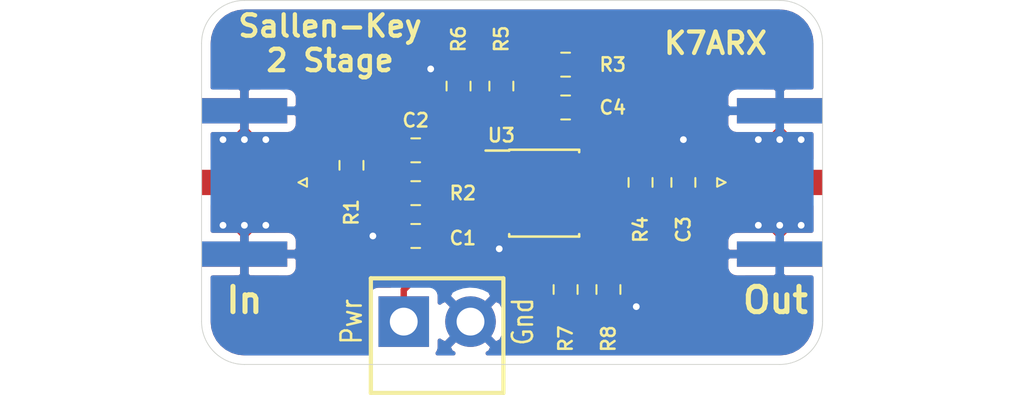
<source format=kicad_pcb>
(kicad_pcb (version 20171130) (host pcbnew 5.1.0)

  (general
    (thickness 1.6)
    (drawings 14)
    (tracks 122)
    (zones 0)
    (modules 16)
    (nets 12)
  )

  (page A4)
  (layers
    (0 F.Cu signal)
    (31 B.Cu signal)
    (32 B.Adhes user)
    (33 F.Adhes user)
    (34 B.Paste user)
    (35 F.Paste user)
    (36 B.SilkS user)
    (37 F.SilkS user)
    (38 B.Mask user)
    (39 F.Mask user)
    (40 Dwgs.User user)
    (41 Cmts.User user)
    (42 Eco1.User user)
    (43 Eco2.User user)
    (44 Edge.Cuts user)
    (45 Margin user)
    (46 B.CrtYd user)
    (47 F.CrtYd user)
    (48 B.Fab user)
    (49 F.Fab user hide)
  )

  (setup
    (last_trace_width 0.381)
    (trace_clearance 0.1905)
    (zone_clearance 0.508)
    (zone_45_only no)
    (trace_min 0.2)
    (via_size 0.8)
    (via_drill 0.4)
    (via_min_size 0.4)
    (via_min_drill 0.3)
    (uvia_size 0.3)
    (uvia_drill 0.1)
    (uvias_allowed no)
    (uvia_min_size 0.2)
    (uvia_min_drill 0.1)
    (edge_width 0.05)
    (segment_width 0.2)
    (pcb_text_width 0.3)
    (pcb_text_size 1.5 1.5)
    (mod_edge_width 0.12)
    (mod_text_size 1 1)
    (mod_text_width 0.15)
    (pad_size 1.524 1.524)
    (pad_drill 0.762)
    (pad_to_mask_clearance 0.051)
    (solder_mask_min_width 0.25)
    (aux_axis_origin 0 0)
    (visible_elements FFFFFF7F)
    (pcbplotparams
      (layerselection 0x010fc_ffffffff)
      (usegerberextensions false)
      (usegerberattributes false)
      (usegerberadvancedattributes false)
      (creategerberjobfile false)
      (excludeedgelayer true)
      (linewidth 0.100000)
      (plotframeref false)
      (viasonmask false)
      (mode 1)
      (useauxorigin false)
      (hpglpennumber 1)
      (hpglpenspeed 20)
      (hpglpendiameter 15.000000)
      (psnegative false)
      (psa4output false)
      (plotreference true)
      (plotvalue true)
      (plotinvisibletext false)
      (padsonsilk false)
      (subtractmaskfromsilk false)
      (outputformat 1)
      (mirror false)
      (drillshape 1)
      (scaleselection 1)
      (outputdirectory ""))
  )

  (net 0 "")
  (net 1 GND)
  (net 2 "Net-(C2-Pad1)")
  (net 3 "Net-(C3-Pad1)")
  (net 4 COSINE)
  (net 5 VAA)
  (net 6 "Net-(J1-Pad1)")
  (net 7 "Net-(C1-Pad1)")
  (net 8 "Net-(C2-Pad2)")
  (net 9 "Net-(C4-Pad2)")
  (net 10 "Net-(R5-Pad2)")
  (net 11 "Net-(R7-Pad2)")

  (net_class Default "This is the default net class."
    (clearance 0.1905)
    (trace_width 0.381)
    (via_dia 0.8)
    (via_drill 0.4)
    (uvia_dia 0.3)
    (uvia_drill 0.1)
    (add_net COSINE)
    (add_net GND)
    (add_net "Net-(C1-Pad1)")
    (add_net "Net-(C2-Pad1)")
    (add_net "Net-(C2-Pad2)")
    (add_net "Net-(C3-Pad1)")
    (add_net "Net-(C4-Pad2)")
    (add_net "Net-(J1-Pad1)")
    (add_net "Net-(R5-Pad2)")
    (add_net "Net-(R7-Pad2)")
    (add_net VAA)
  )

  (module Resistor_SMD:R_0805_2012Metric_Pad1.15x1.40mm_HandSolder (layer F.Cu) (tedit 5B36C52B) (tstamp 5CA828A3)
    (at 154.94 90.805 270)
    (descr "Resistor SMD 0805 (2012 Metric), square (rectangular) end terminal, IPC_7351 nominal with elongated pad for handsoldering. (Body size source: https://docs.google.com/spreadsheets/d/1BsfQQcO9C6DZCsRaXUlFlo91Tg2WpOkGARC1WS5S8t0/edit?usp=sharing), generated with kicad-footprint-generator")
    (tags "resistor handsolder")
    (path /5CA9F988)
    (attr smd)
    (fp_text reference R8 (at 2.921 0 270) (layer F.SilkS)
      (effects (font (size 0.8 0.8) (thickness 0.15)))
    )
    (fp_text value R (at 0 1.65 270) (layer F.Fab)
      (effects (font (size 1 1) (thickness 0.15)))
    )
    (fp_text user %R (at 0 0 270) (layer F.Fab)
      (effects (font (size 0.5 0.5) (thickness 0.08)))
    )
    (fp_line (start 1.85 0.95) (end -1.85 0.95) (layer F.CrtYd) (width 0.05))
    (fp_line (start 1.85 -0.95) (end 1.85 0.95) (layer F.CrtYd) (width 0.05))
    (fp_line (start -1.85 -0.95) (end 1.85 -0.95) (layer F.CrtYd) (width 0.05))
    (fp_line (start -1.85 0.95) (end -1.85 -0.95) (layer F.CrtYd) (width 0.05))
    (fp_line (start -0.261252 0.71) (end 0.261252 0.71) (layer F.SilkS) (width 0.12))
    (fp_line (start -0.261252 -0.71) (end 0.261252 -0.71) (layer F.SilkS) (width 0.12))
    (fp_line (start 1 0.6) (end -1 0.6) (layer F.Fab) (width 0.1))
    (fp_line (start 1 -0.6) (end 1 0.6) (layer F.Fab) (width 0.1))
    (fp_line (start -1 -0.6) (end 1 -0.6) (layer F.Fab) (width 0.1))
    (fp_line (start -1 0.6) (end -1 -0.6) (layer F.Fab) (width 0.1))
    (pad 2 smd roundrect (at 1.025 0 270) (size 1.15 1.4) (layers F.Cu F.Paste F.Mask) (roundrect_rratio 0.217391)
      (net 1 GND))
    (pad 1 smd roundrect (at -1.025 0 270) (size 1.15 1.4) (layers F.Cu F.Paste F.Mask) (roundrect_rratio 0.217391)
      (net 11 "Net-(R7-Pad2)"))
    (model ${KISYS3DMOD}/Resistor_SMD.3dshapes/R_0805_2012Metric.wrl
      (at (xyz 0 0 0))
      (scale (xyz 1 1 1))
      (rotate (xyz 0 0 0))
    )
  )

  (module Connector_Coaxial:SMA_Amphenol_132289_EdgeMount (layer F.Cu) (tedit 5A1C1810) (tstamp 5CA8DD1E)
    (at 133.35 84.455 180)
    (descr http://www.amphenolrf.com/132289.html)
    (tags SMA)
    (path /5CA92C65)
    (attr smd)
    (fp_text reference J1 (at -3.96 -3 270) (layer F.SilkS) hide
      (effects (font (size 1 1) (thickness 0.15)))
    )
    (fp_text value "Signal In" (at 5 6 180) (layer F.Fab)
      (effects (font (size 1 1) (thickness 0.15)))
    )
    (fp_line (start -3.71 0.25) (end -3.21 0) (layer F.SilkS) (width 0.12))
    (fp_line (start -3.71 -0.25) (end -3.71 0.25) (layer F.SilkS) (width 0.12))
    (fp_line (start -3.21 0) (end -3.71 -0.25) (layer F.SilkS) (width 0.12))
    (fp_line (start 3.54 0) (end 2.54 0.75) (layer F.Fab) (width 0.1))
    (fp_line (start 2.54 -0.75) (end 3.54 0) (layer F.Fab) (width 0.1))
    (fp_text user %R (at 4.79 0 90) (layer F.Fab)
      (effects (font (size 1 1) (thickness 0.15)))
    )
    (fp_line (start 14.47 -5.58) (end -3.04 -5.58) (layer F.CrtYd) (width 0.05))
    (fp_line (start 14.47 -5.58) (end 14.47 5.58) (layer F.CrtYd) (width 0.05))
    (fp_line (start 14.47 5.58) (end -3.04 5.58) (layer F.CrtYd) (width 0.05))
    (fp_line (start -3.04 5.58) (end -3.04 -5.58) (layer F.CrtYd) (width 0.05))
    (fp_line (start 14.47 -5.58) (end -3.04 -5.58) (layer B.CrtYd) (width 0.05))
    (fp_line (start 14.47 -5.58) (end 14.47 5.58) (layer B.CrtYd) (width 0.05))
    (fp_line (start 14.47 5.58) (end -3.04 5.58) (layer B.CrtYd) (width 0.05))
    (fp_line (start -3.04 5.58) (end -3.04 -5.58) (layer B.CrtYd) (width 0.05))
    (fp_line (start 4.445 -3.81) (end 13.97 -3.81) (layer F.Fab) (width 0.1))
    (fp_line (start 13.97 -3.81) (end 13.97 3.81) (layer F.Fab) (width 0.1))
    (fp_line (start 13.97 3.81) (end 4.445 3.81) (layer F.Fab) (width 0.1))
    (fp_line (start 4.445 5.08) (end 4.445 3.81) (layer F.Fab) (width 0.1))
    (fp_line (start 4.445 -3.81) (end 4.445 -5.08) (layer F.Fab) (width 0.1))
    (fp_line (start -1.91 -5.08) (end 4.445 -5.08) (layer F.Fab) (width 0.1))
    (fp_line (start -1.91 -5.08) (end -1.91 -3.81) (layer F.Fab) (width 0.1))
    (fp_line (start -1.91 -3.81) (end 2.54 -3.81) (layer F.Fab) (width 0.1))
    (fp_line (start 2.54 -3.81) (end 2.54 3.81) (layer F.Fab) (width 0.1))
    (fp_line (start 2.54 3.81) (end -1.91 3.81) (layer F.Fab) (width 0.1))
    (fp_line (start -1.91 3.81) (end -1.91 5.08) (layer F.Fab) (width 0.1))
    (fp_line (start -1.91 5.08) (end 4.445 5.08) (layer F.Fab) (width 0.1))
    (pad 2 smd rect (at 0 4.25 270) (size 1.5 5.08) (layers B.Cu B.Paste B.Mask)
      (net 1 GND))
    (pad 2 smd rect (at 0 -4.25 270) (size 1.5 5.08) (layers B.Cu B.Paste B.Mask)
      (net 1 GND))
    (pad 2 smd rect (at 0 4.25 270) (size 1.5 5.08) (layers F.Cu F.Paste F.Mask)
      (net 1 GND))
    (pad 2 smd rect (at 0 -4.25 270) (size 1.5 5.08) (layers F.Cu F.Paste F.Mask)
      (net 1 GND))
    (pad 1 smd rect (at 0 0 270) (size 1.5 5.08) (layers F.Cu F.Paste F.Mask)
      (net 6 "Net-(J1-Pad1)"))
    (model ${KISYS3DMOD}/Connector_Coaxial.3dshapes/SMA_Amphenol_132289_EdgeMount.wrl
      (at (xyz 0 0 0))
      (scale (xyz 1 1 1))
      (rotate (xyz 0 0 0))
    )
  )

  (module Connector_Coaxial:SMA_Amphenol_132289_EdgeMount (layer F.Cu) (tedit 5A1C1810) (tstamp 5CA8DD41)
    (at 165.1 84.455)
    (descr http://www.amphenolrf.com/132289.html)
    (tags SMA)
    (path /5CA971E9)
    (attr smd)
    (fp_text reference J2 (at -3.96 -3 90) (layer F.SilkS) hide
      (effects (font (size 1 1) (thickness 0.15)))
    )
    (fp_text value "Signal Out" (at 5 6) (layer F.Fab)
      (effects (font (size 1 1) (thickness 0.15)))
    )
    (fp_line (start -3.71 0.25) (end -3.21 0) (layer F.SilkS) (width 0.12))
    (fp_line (start -3.71 -0.25) (end -3.71 0.25) (layer F.SilkS) (width 0.12))
    (fp_line (start -3.21 0) (end -3.71 -0.25) (layer F.SilkS) (width 0.12))
    (fp_line (start 3.54 0) (end 2.54 0.75) (layer F.Fab) (width 0.1))
    (fp_line (start 2.54 -0.75) (end 3.54 0) (layer F.Fab) (width 0.1))
    (fp_text user %R (at 4.79 0 270) (layer F.Fab)
      (effects (font (size 1 1) (thickness 0.15)))
    )
    (fp_line (start 14.47 -5.58) (end -3.04 -5.58) (layer F.CrtYd) (width 0.05))
    (fp_line (start 14.47 -5.58) (end 14.47 5.58) (layer F.CrtYd) (width 0.05))
    (fp_line (start 14.47 5.58) (end -3.04 5.58) (layer F.CrtYd) (width 0.05))
    (fp_line (start -3.04 5.58) (end -3.04 -5.58) (layer F.CrtYd) (width 0.05))
    (fp_line (start 14.47 -5.58) (end -3.04 -5.58) (layer B.CrtYd) (width 0.05))
    (fp_line (start 14.47 -5.58) (end 14.47 5.58) (layer B.CrtYd) (width 0.05))
    (fp_line (start 14.47 5.58) (end -3.04 5.58) (layer B.CrtYd) (width 0.05))
    (fp_line (start -3.04 5.58) (end -3.04 -5.58) (layer B.CrtYd) (width 0.05))
    (fp_line (start 4.445 -3.81) (end 13.97 -3.81) (layer F.Fab) (width 0.1))
    (fp_line (start 13.97 -3.81) (end 13.97 3.81) (layer F.Fab) (width 0.1))
    (fp_line (start 13.97 3.81) (end 4.445 3.81) (layer F.Fab) (width 0.1))
    (fp_line (start 4.445 5.08) (end 4.445 3.81) (layer F.Fab) (width 0.1))
    (fp_line (start 4.445 -3.81) (end 4.445 -5.08) (layer F.Fab) (width 0.1))
    (fp_line (start -1.91 -5.08) (end 4.445 -5.08) (layer F.Fab) (width 0.1))
    (fp_line (start -1.91 -5.08) (end -1.91 -3.81) (layer F.Fab) (width 0.1))
    (fp_line (start -1.91 -3.81) (end 2.54 -3.81) (layer F.Fab) (width 0.1))
    (fp_line (start 2.54 -3.81) (end 2.54 3.81) (layer F.Fab) (width 0.1))
    (fp_line (start 2.54 3.81) (end -1.91 3.81) (layer F.Fab) (width 0.1))
    (fp_line (start -1.91 3.81) (end -1.91 5.08) (layer F.Fab) (width 0.1))
    (fp_line (start -1.91 5.08) (end 4.445 5.08) (layer F.Fab) (width 0.1))
    (pad 2 smd rect (at 0 4.25 90) (size 1.5 5.08) (layers B.Cu B.Paste B.Mask)
      (net 1 GND))
    (pad 2 smd rect (at 0 -4.25 90) (size 1.5 5.08) (layers B.Cu B.Paste B.Mask)
      (net 1 GND))
    (pad 2 smd rect (at 0 4.25 90) (size 1.5 5.08) (layers F.Cu F.Paste F.Mask)
      (net 1 GND))
    (pad 2 smd rect (at 0 -4.25 90) (size 1.5 5.08) (layers F.Cu F.Paste F.Mask)
      (net 1 GND))
    (pad 1 smd rect (at 0 0 90) (size 1.5 5.08) (layers F.Cu F.Paste F.Mask)
      (net 4 COSINE))
    (model ${KISYS3DMOD}/Connector_Coaxial.3dshapes/SMA_Amphenol_132289_EdgeMount.wrl
      (at (xyz 0 0 0))
      (scale (xyz 1 1 1))
      (rotate (xyz 0 0 0))
    )
  )

  (module Resistor_SMD:R_0805_2012Metric_Pad1.15x1.40mm_HandSolder (layer F.Cu) (tedit 5B36C52B) (tstamp 5CA8EB9A)
    (at 139.7 83.439 270)
    (descr "Resistor SMD 0805 (2012 Metric), square (rectangular) end terminal, IPC_7351 nominal with elongated pad for handsoldering. (Body size source: https://docs.google.com/spreadsheets/d/1BsfQQcO9C6DZCsRaXUlFlo91Tg2WpOkGARC1WS5S8t0/edit?usp=sharing), generated with kicad-footprint-generator")
    (tags "resistor handsolder")
    (path /5CA85D92)
    (attr smd)
    (fp_text reference R1 (at 2.794 0 270) (layer F.SilkS)
      (effects (font (size 0.8 0.8) (thickness 0.15)))
    )
    (fp_text value R (at 0 1.65 270) (layer F.Fab)
      (effects (font (size 1 1) (thickness 0.15)))
    )
    (fp_text user %R (at 0 0 270) (layer F.Fab)
      (effects (font (size 0.5 0.5) (thickness 0.08)))
    )
    (fp_line (start 1.85 0.95) (end -1.85 0.95) (layer F.CrtYd) (width 0.05))
    (fp_line (start 1.85 -0.95) (end 1.85 0.95) (layer F.CrtYd) (width 0.05))
    (fp_line (start -1.85 -0.95) (end 1.85 -0.95) (layer F.CrtYd) (width 0.05))
    (fp_line (start -1.85 0.95) (end -1.85 -0.95) (layer F.CrtYd) (width 0.05))
    (fp_line (start -0.261252 0.71) (end 0.261252 0.71) (layer F.SilkS) (width 0.12))
    (fp_line (start -0.261252 -0.71) (end 0.261252 -0.71) (layer F.SilkS) (width 0.12))
    (fp_line (start 1 0.6) (end -1 0.6) (layer F.Fab) (width 0.1))
    (fp_line (start 1 -0.6) (end 1 0.6) (layer F.Fab) (width 0.1))
    (fp_line (start -1 -0.6) (end 1 -0.6) (layer F.Fab) (width 0.1))
    (fp_line (start -1 0.6) (end -1 -0.6) (layer F.Fab) (width 0.1))
    (pad 2 smd roundrect (at 1.025 0 270) (size 1.15 1.4) (layers F.Cu F.Paste F.Mask) (roundrect_rratio 0.217391)
      (net 6 "Net-(J1-Pad1)"))
    (pad 1 smd roundrect (at -1.025 0 270) (size 1.15 1.4) (layers F.Cu F.Paste F.Mask) (roundrect_rratio 0.217391)
      (net 8 "Net-(C2-Pad2)"))
    (model ${KISYS3DMOD}/Resistor_SMD.3dshapes/R_0805_2012Metric.wrl
      (at (xyz 0 0 0))
      (scale (xyz 1 1 1))
      (rotate (xyz 0 0 0))
    )
  )

  (module Package_SO:SOIC-8_3.9x4.9mm_P1.27mm (layer F.Cu) (tedit 5A02F2D3) (tstamp 5CA82C13)
    (at 151.13 85.09)
    (descr "8-Lead Plastic Small Outline (SN) - Narrow, 3.90 mm Body [SOIC] (see Microchip Packaging Specification http://ww1.microchip.com/downloads/en/PackagingSpec/00000049BQ.pdf)")
    (tags "SOIC 1.27")
    (path /5CA74A6C)
    (attr smd)
    (fp_text reference U3 (at -2.54 -3.429) (layer F.SilkS)
      (effects (font (size 0.8 0.8) (thickness 0.15)))
    )
    (fp_text value LM358 (at 0 3.5) (layer F.Fab)
      (effects (font (size 1 1) (thickness 0.15)))
    )
    (fp_line (start -2.075 -2.525) (end -3.475 -2.525) (layer F.SilkS) (width 0.15))
    (fp_line (start -2.075 2.575) (end 2.075 2.575) (layer F.SilkS) (width 0.15))
    (fp_line (start -2.075 -2.575) (end 2.075 -2.575) (layer F.SilkS) (width 0.15))
    (fp_line (start -2.075 2.575) (end -2.075 2.43) (layer F.SilkS) (width 0.15))
    (fp_line (start 2.075 2.575) (end 2.075 2.43) (layer F.SilkS) (width 0.15))
    (fp_line (start 2.075 -2.575) (end 2.075 -2.43) (layer F.SilkS) (width 0.15))
    (fp_line (start -2.075 -2.575) (end -2.075 -2.525) (layer F.SilkS) (width 0.15))
    (fp_line (start -3.73 2.7) (end 3.73 2.7) (layer F.CrtYd) (width 0.05))
    (fp_line (start -3.73 -2.7) (end 3.73 -2.7) (layer F.CrtYd) (width 0.05))
    (fp_line (start 3.73 -2.7) (end 3.73 2.7) (layer F.CrtYd) (width 0.05))
    (fp_line (start -3.73 -2.7) (end -3.73 2.7) (layer F.CrtYd) (width 0.05))
    (fp_line (start -1.95 -1.45) (end -0.95 -2.45) (layer F.Fab) (width 0.1))
    (fp_line (start -1.95 2.45) (end -1.95 -1.45) (layer F.Fab) (width 0.1))
    (fp_line (start 1.95 2.45) (end -1.95 2.45) (layer F.Fab) (width 0.1))
    (fp_line (start 1.95 -2.45) (end 1.95 2.45) (layer F.Fab) (width 0.1))
    (fp_line (start -0.95 -2.45) (end 1.95 -2.45) (layer F.Fab) (width 0.1))
    (fp_text user %R (at 0 0) (layer F.Fab)
      (effects (font (size 1 1) (thickness 0.15)))
    )
    (pad 8 smd rect (at 2.7 -1.905) (size 1.55 0.6) (layers F.Cu F.Paste F.Mask)
      (net 5 VAA))
    (pad 7 smd rect (at 2.7 -0.635) (size 1.55 0.6) (layers F.Cu F.Paste F.Mask)
      (net 4 COSINE))
    (pad 6 smd rect (at 2.7 0.635) (size 1.55 0.6) (layers F.Cu F.Paste F.Mask)
      (net 11 "Net-(R7-Pad2)"))
    (pad 5 smd rect (at 2.7 1.905) (size 1.55 0.6) (layers F.Cu F.Paste F.Mask)
      (net 3 "Net-(C3-Pad1)"))
    (pad 4 smd rect (at -2.7 1.905) (size 1.55 0.6) (layers F.Cu F.Paste F.Mask)
      (net 1 GND))
    (pad 3 smd rect (at -2.7 0.635) (size 1.55 0.6) (layers F.Cu F.Paste F.Mask)
      (net 7 "Net-(C1-Pad1)"))
    (pad 2 smd rect (at -2.7 -0.635) (size 1.55 0.6) (layers F.Cu F.Paste F.Mask)
      (net 10 "Net-(R5-Pad2)"))
    (pad 1 smd rect (at -2.7 -1.905) (size 1.55 0.6) (layers F.Cu F.Paste F.Mask)
      (net 2 "Net-(C2-Pad1)"))
    (model ${KISYS3DMOD}/Package_SO.3dshapes/SOIC-8_3.9x4.9mm_P1.27mm.wrl
      (at (xyz 0 0 0))
      (scale (xyz 1 1 1))
      (rotate (xyz 0 0 0))
    )
  )

  (module Capacitor_SMD:C_0805_2012Metric_Pad1.15x1.40mm_HandSolder (layer F.Cu) (tedit 5B36C52B) (tstamp 5CA81A5C)
    (at 143.51 87.63 180)
    (descr "Capacitor SMD 0805 (2012 Metric), square (rectangular) end terminal, IPC_7351 nominal with elongated pad for handsoldering. (Body size source: https://docs.google.com/spreadsheets/d/1BsfQQcO9C6DZCsRaXUlFlo91Tg2WpOkGARC1WS5S8t0/edit?usp=sharing), generated with kicad-footprint-generator")
    (tags "capacitor handsolder")
    (path /5CA880EB)
    (attr smd)
    (fp_text reference C1 (at -2.794 -0.127 180) (layer F.SilkS)
      (effects (font (size 0.8 0.8) (thickness 0.15)))
    )
    (fp_text value C (at 0 1.65 180) (layer F.Fab)
      (effects (font (size 1 1) (thickness 0.15)))
    )
    (fp_text user %R (at 0 0 180) (layer F.Fab)
      (effects (font (size 0.5 0.5) (thickness 0.08)))
    )
    (fp_line (start 1.85 0.95) (end -1.85 0.95) (layer F.CrtYd) (width 0.05))
    (fp_line (start 1.85 -0.95) (end 1.85 0.95) (layer F.CrtYd) (width 0.05))
    (fp_line (start -1.85 -0.95) (end 1.85 -0.95) (layer F.CrtYd) (width 0.05))
    (fp_line (start -1.85 0.95) (end -1.85 -0.95) (layer F.CrtYd) (width 0.05))
    (fp_line (start -0.261252 0.71) (end 0.261252 0.71) (layer F.SilkS) (width 0.12))
    (fp_line (start -0.261252 -0.71) (end 0.261252 -0.71) (layer F.SilkS) (width 0.12))
    (fp_line (start 1 0.6) (end -1 0.6) (layer F.Fab) (width 0.1))
    (fp_line (start 1 -0.6) (end 1 0.6) (layer F.Fab) (width 0.1))
    (fp_line (start -1 -0.6) (end 1 -0.6) (layer F.Fab) (width 0.1))
    (fp_line (start -1 0.6) (end -1 -0.6) (layer F.Fab) (width 0.1))
    (pad 2 smd roundrect (at 1.025 0 180) (size 1.15 1.4) (layers F.Cu F.Paste F.Mask) (roundrect_rratio 0.217391)
      (net 1 GND))
    (pad 1 smd roundrect (at -1.025 0 180) (size 1.15 1.4) (layers F.Cu F.Paste F.Mask) (roundrect_rratio 0.217391)
      (net 7 "Net-(C1-Pad1)"))
    (model ${KISYS3DMOD}/Capacitor_SMD.3dshapes/C_0805_2012Metric.wrl
      (at (xyz 0 0 0))
      (scale (xyz 1 1 1))
      (rotate (xyz 0 0 0))
    )
  )

  (module Capacitor_SMD:C_0805_2012Metric_Pad1.15x1.40mm_HandSolder (layer F.Cu) (tedit 5B36C52B) (tstamp 5CA81A2C)
    (at 143.51 82.55 180)
    (descr "Capacitor SMD 0805 (2012 Metric), square (rectangular) end terminal, IPC_7351 nominal with elongated pad for handsoldering. (Body size source: https://docs.google.com/spreadsheets/d/1BsfQQcO9C6DZCsRaXUlFlo91Tg2WpOkGARC1WS5S8t0/edit?usp=sharing), generated with kicad-footprint-generator")
    (tags "capacitor handsolder")
    (path /5CA888C6)
    (attr smd)
    (fp_text reference C2 (at 0 1.778 180) (layer F.SilkS)
      (effects (font (size 0.8 0.8) (thickness 0.15)))
    )
    (fp_text value C (at 0 1.65 180) (layer F.Fab)
      (effects (font (size 1 1) (thickness 0.15)))
    )
    (fp_line (start -1 0.6) (end -1 -0.6) (layer F.Fab) (width 0.1))
    (fp_line (start -1 -0.6) (end 1 -0.6) (layer F.Fab) (width 0.1))
    (fp_line (start 1 -0.6) (end 1 0.6) (layer F.Fab) (width 0.1))
    (fp_line (start 1 0.6) (end -1 0.6) (layer F.Fab) (width 0.1))
    (fp_line (start -0.261252 -0.71) (end 0.261252 -0.71) (layer F.SilkS) (width 0.12))
    (fp_line (start -0.261252 0.71) (end 0.261252 0.71) (layer F.SilkS) (width 0.12))
    (fp_line (start -1.85 0.95) (end -1.85 -0.95) (layer F.CrtYd) (width 0.05))
    (fp_line (start -1.85 -0.95) (end 1.85 -0.95) (layer F.CrtYd) (width 0.05))
    (fp_line (start 1.85 -0.95) (end 1.85 0.95) (layer F.CrtYd) (width 0.05))
    (fp_line (start 1.85 0.95) (end -1.85 0.95) (layer F.CrtYd) (width 0.05))
    (fp_text user %R (at 0 0 180) (layer F.Fab)
      (effects (font (size 0.5 0.5) (thickness 0.08)))
    )
    (pad 1 smd roundrect (at -1.025 0 180) (size 1.15 1.4) (layers F.Cu F.Paste F.Mask) (roundrect_rratio 0.217391)
      (net 2 "Net-(C2-Pad1)"))
    (pad 2 smd roundrect (at 1.025 0 180) (size 1.15 1.4) (layers F.Cu F.Paste F.Mask) (roundrect_rratio 0.217391)
      (net 8 "Net-(C2-Pad2)"))
    (model ${KISYS3DMOD}/Capacitor_SMD.3dshapes/C_0805_2012Metric.wrl
      (at (xyz 0 0 0))
      (scale (xyz 1 1 1))
      (rotate (xyz 0 0 0))
    )
  )

  (module Capacitor_SMD:C_0805_2012Metric_Pad1.15x1.40mm_HandSolder (layer F.Cu) (tedit 5B36C52B) (tstamp 5CA8E89D)
    (at 159.385 84.455 90)
    (descr "Capacitor SMD 0805 (2012 Metric), square (rectangular) end terminal, IPC_7351 nominal with elongated pad for handsoldering. (Body size source: https://docs.google.com/spreadsheets/d/1BsfQQcO9C6DZCsRaXUlFlo91Tg2WpOkGARC1WS5S8t0/edit?usp=sharing), generated with kicad-footprint-generator")
    (tags "capacitor handsolder")
    (path /5CA98753)
    (attr smd)
    (fp_text reference C3 (at -2.794 0 270) (layer F.SilkS)
      (effects (font (size 0.8 0.8) (thickness 0.15)))
    )
    (fp_text value C (at 0 1.65 90) (layer F.Fab)
      (effects (font (size 1 1) (thickness 0.15)))
    )
    (fp_line (start -1 0.6) (end -1 -0.6) (layer F.Fab) (width 0.1))
    (fp_line (start -1 -0.6) (end 1 -0.6) (layer F.Fab) (width 0.1))
    (fp_line (start 1 -0.6) (end 1 0.6) (layer F.Fab) (width 0.1))
    (fp_line (start 1 0.6) (end -1 0.6) (layer F.Fab) (width 0.1))
    (fp_line (start -0.261252 -0.71) (end 0.261252 -0.71) (layer F.SilkS) (width 0.12))
    (fp_line (start -0.261252 0.71) (end 0.261252 0.71) (layer F.SilkS) (width 0.12))
    (fp_line (start -1.85 0.95) (end -1.85 -0.95) (layer F.CrtYd) (width 0.05))
    (fp_line (start -1.85 -0.95) (end 1.85 -0.95) (layer F.CrtYd) (width 0.05))
    (fp_line (start 1.85 -0.95) (end 1.85 0.95) (layer F.CrtYd) (width 0.05))
    (fp_line (start 1.85 0.95) (end -1.85 0.95) (layer F.CrtYd) (width 0.05))
    (fp_text user %R (at 0 0 90) (layer F.Fab)
      (effects (font (size 0.5 0.5) (thickness 0.08)))
    )
    (pad 1 smd roundrect (at -1.025 0 90) (size 1.15 1.4) (layers F.Cu F.Paste F.Mask) (roundrect_rratio 0.217391)
      (net 3 "Net-(C3-Pad1)"))
    (pad 2 smd roundrect (at 1.025 0 90) (size 1.15 1.4) (layers F.Cu F.Paste F.Mask) (roundrect_rratio 0.217391)
      (net 1 GND))
    (model ${KISYS3DMOD}/Capacitor_SMD.3dshapes/C_0805_2012Metric.wrl
      (at (xyz 0 0 0))
      (scale (xyz 1 1 1))
      (rotate (xyz 0 0 0))
    )
  )

  (module Capacitor_SMD:C_0805_2012Metric_Pad1.15x1.40mm_HandSolder (layer F.Cu) (tedit 5B36C52B) (tstamp 5CA828D9)
    (at 152.4 80.01)
    (descr "Capacitor SMD 0805 (2012 Metric), square (rectangular) end terminal, IPC_7351 nominal with elongated pad for handsoldering. (Body size source: https://docs.google.com/spreadsheets/d/1BsfQQcO9C6DZCsRaXUlFlo91Tg2WpOkGARC1WS5S8t0/edit?usp=sharing), generated with kicad-footprint-generator")
    (tags "capacitor handsolder")
    (path /5CA99C27)
    (attr smd)
    (fp_text reference C4 (at 2.794 0) (layer F.SilkS)
      (effects (font (size 0.8 0.8) (thickness 0.15)))
    )
    (fp_text value C (at 0 1.65) (layer F.Fab)
      (effects (font (size 1 1) (thickness 0.15)))
    )
    (fp_text user %R (at 0 0) (layer F.Fab)
      (effects (font (size 0.5 0.5) (thickness 0.08)))
    )
    (fp_line (start 1.85 0.95) (end -1.85 0.95) (layer F.CrtYd) (width 0.05))
    (fp_line (start 1.85 -0.95) (end 1.85 0.95) (layer F.CrtYd) (width 0.05))
    (fp_line (start -1.85 -0.95) (end 1.85 -0.95) (layer F.CrtYd) (width 0.05))
    (fp_line (start -1.85 0.95) (end -1.85 -0.95) (layer F.CrtYd) (width 0.05))
    (fp_line (start -0.261252 0.71) (end 0.261252 0.71) (layer F.SilkS) (width 0.12))
    (fp_line (start -0.261252 -0.71) (end 0.261252 -0.71) (layer F.SilkS) (width 0.12))
    (fp_line (start 1 0.6) (end -1 0.6) (layer F.Fab) (width 0.1))
    (fp_line (start 1 -0.6) (end 1 0.6) (layer F.Fab) (width 0.1))
    (fp_line (start -1 -0.6) (end 1 -0.6) (layer F.Fab) (width 0.1))
    (fp_line (start -1 0.6) (end -1 -0.6) (layer F.Fab) (width 0.1))
    (pad 2 smd roundrect (at 1.025 0) (size 1.15 1.4) (layers F.Cu F.Paste F.Mask) (roundrect_rratio 0.217391)
      (net 9 "Net-(C4-Pad2)"))
    (pad 1 smd roundrect (at -1.025 0) (size 1.15 1.4) (layers F.Cu F.Paste F.Mask) (roundrect_rratio 0.217391)
      (net 4 COSINE))
    (model ${KISYS3DMOD}/Capacitor_SMD.3dshapes/C_0805_2012Metric.wrl
      (at (xyz 0 0 0))
      (scale (xyz 1 1 1))
      (rotate (xyz 0 0 0))
    )
  )

  (module Resistor_SMD:R_0805_2012Metric_Pad1.15x1.40mm_HandSolder (layer F.Cu) (tedit 5B36C52B) (tstamp 5CA818E5)
    (at 143.51 85.09 180)
    (descr "Resistor SMD 0805 (2012 Metric), square (rectangular) end terminal, IPC_7351 nominal with elongated pad for handsoldering. (Body size source: https://docs.google.com/spreadsheets/d/1BsfQQcO9C6DZCsRaXUlFlo91Tg2WpOkGARC1WS5S8t0/edit?usp=sharing), generated with kicad-footprint-generator")
    (tags "resistor handsolder")
    (path /5CA87C18)
    (attr smd)
    (fp_text reference R2 (at -2.794 0 180) (layer F.SilkS)
      (effects (font (size 0.8 0.8) (thickness 0.15)))
    )
    (fp_text value R (at 0 1.65 180) (layer F.Fab)
      (effects (font (size 1 1) (thickness 0.15)))
    )
    (fp_line (start -1 0.6) (end -1 -0.6) (layer F.Fab) (width 0.1))
    (fp_line (start -1 -0.6) (end 1 -0.6) (layer F.Fab) (width 0.1))
    (fp_line (start 1 -0.6) (end 1 0.6) (layer F.Fab) (width 0.1))
    (fp_line (start 1 0.6) (end -1 0.6) (layer F.Fab) (width 0.1))
    (fp_line (start -0.261252 -0.71) (end 0.261252 -0.71) (layer F.SilkS) (width 0.12))
    (fp_line (start -0.261252 0.71) (end 0.261252 0.71) (layer F.SilkS) (width 0.12))
    (fp_line (start -1.85 0.95) (end -1.85 -0.95) (layer F.CrtYd) (width 0.05))
    (fp_line (start -1.85 -0.95) (end 1.85 -0.95) (layer F.CrtYd) (width 0.05))
    (fp_line (start 1.85 -0.95) (end 1.85 0.95) (layer F.CrtYd) (width 0.05))
    (fp_line (start 1.85 0.95) (end -1.85 0.95) (layer F.CrtYd) (width 0.05))
    (fp_text user %R (at 0 0 180) (layer F.Fab)
      (effects (font (size 0.5 0.5) (thickness 0.08)))
    )
    (pad 1 smd roundrect (at -1.025 0 180) (size 1.15 1.4) (layers F.Cu F.Paste F.Mask) (roundrect_rratio 0.217391)
      (net 7 "Net-(C1-Pad1)"))
    (pad 2 smd roundrect (at 1.025 0 180) (size 1.15 1.4) (layers F.Cu F.Paste F.Mask) (roundrect_rratio 0.217391)
      (net 8 "Net-(C2-Pad2)"))
    (model ${KISYS3DMOD}/Resistor_SMD.3dshapes/R_0805_2012Metric.wrl
      (at (xyz 0 0 0))
      (scale (xyz 1 1 1))
      (rotate (xyz 0 0 0))
    )
  )

  (module Resistor_SMD:R_0805_2012Metric_Pad1.15x1.40mm_HandSolder (layer F.Cu) (tedit 5B36C52B) (tstamp 5CA82939)
    (at 152.4 77.47 180)
    (descr "Resistor SMD 0805 (2012 Metric), square (rectangular) end terminal, IPC_7351 nominal with elongated pad for handsoldering. (Body size source: https://docs.google.com/spreadsheets/d/1BsfQQcO9C6DZCsRaXUlFlo91Tg2WpOkGARC1WS5S8t0/edit?usp=sharing), generated with kicad-footprint-generator")
    (tags "resistor handsolder")
    (path /5CA96F3B)
    (attr smd)
    (fp_text reference R3 (at -2.794 0 180) (layer F.SilkS)
      (effects (font (size 0.8 0.8) (thickness 0.15)))
    )
    (fp_text value R (at 0 1.65 180) (layer F.Fab)
      (effects (font (size 1 1) (thickness 0.15)))
    )
    (fp_text user %R (at 0 0 180) (layer F.Fab)
      (effects (font (size 0.5 0.5) (thickness 0.08)))
    )
    (fp_line (start 1.85 0.95) (end -1.85 0.95) (layer F.CrtYd) (width 0.05))
    (fp_line (start 1.85 -0.95) (end 1.85 0.95) (layer F.CrtYd) (width 0.05))
    (fp_line (start -1.85 -0.95) (end 1.85 -0.95) (layer F.CrtYd) (width 0.05))
    (fp_line (start -1.85 0.95) (end -1.85 -0.95) (layer F.CrtYd) (width 0.05))
    (fp_line (start -0.261252 0.71) (end 0.261252 0.71) (layer F.SilkS) (width 0.12))
    (fp_line (start -0.261252 -0.71) (end 0.261252 -0.71) (layer F.SilkS) (width 0.12))
    (fp_line (start 1 0.6) (end -1 0.6) (layer F.Fab) (width 0.1))
    (fp_line (start 1 -0.6) (end 1 0.6) (layer F.Fab) (width 0.1))
    (fp_line (start -1 -0.6) (end 1 -0.6) (layer F.Fab) (width 0.1))
    (fp_line (start -1 0.6) (end -1 -0.6) (layer F.Fab) (width 0.1))
    (pad 2 smd roundrect (at 1.025 0 180) (size 1.15 1.4) (layers F.Cu F.Paste F.Mask) (roundrect_rratio 0.217391)
      (net 2 "Net-(C2-Pad1)"))
    (pad 1 smd roundrect (at -1.025 0 180) (size 1.15 1.4) (layers F.Cu F.Paste F.Mask) (roundrect_rratio 0.217391)
      (net 9 "Net-(C4-Pad2)"))
    (model ${KISYS3DMOD}/Resistor_SMD.3dshapes/R_0805_2012Metric.wrl
      (at (xyz 0 0 0))
      (scale (xyz 1 1 1))
      (rotate (xyz 0 0 0))
    )
  )

  (module Resistor_SMD:R_0805_2012Metric_Pad1.15x1.40mm_HandSolder (layer F.Cu) (tedit 5B36C52B) (tstamp 5CA8E867)
    (at 156.845 84.455 90)
    (descr "Resistor SMD 0805 (2012 Metric), square (rectangular) end terminal, IPC_7351 nominal with elongated pad for handsoldering. (Body size source: https://docs.google.com/spreadsheets/d/1BsfQQcO9C6DZCsRaXUlFlo91Tg2WpOkGARC1WS5S8t0/edit?usp=sharing), generated with kicad-footprint-generator")
    (tags "resistor handsolder")
    (path /5CA98067)
    (attr smd)
    (fp_text reference R4 (at -2.794 0 90) (layer F.SilkS)
      (effects (font (size 0.8 0.8) (thickness 0.15)))
    )
    (fp_text value R (at 0 1.65 90) (layer F.Fab)
      (effects (font (size 1 1) (thickness 0.15)))
    )
    (fp_line (start -1 0.6) (end -1 -0.6) (layer F.Fab) (width 0.1))
    (fp_line (start -1 -0.6) (end 1 -0.6) (layer F.Fab) (width 0.1))
    (fp_line (start 1 -0.6) (end 1 0.6) (layer F.Fab) (width 0.1))
    (fp_line (start 1 0.6) (end -1 0.6) (layer F.Fab) (width 0.1))
    (fp_line (start -0.261252 -0.71) (end 0.261252 -0.71) (layer F.SilkS) (width 0.12))
    (fp_line (start -0.261252 0.71) (end 0.261252 0.71) (layer F.SilkS) (width 0.12))
    (fp_line (start -1.85 0.95) (end -1.85 -0.95) (layer F.CrtYd) (width 0.05))
    (fp_line (start -1.85 -0.95) (end 1.85 -0.95) (layer F.CrtYd) (width 0.05))
    (fp_line (start 1.85 -0.95) (end 1.85 0.95) (layer F.CrtYd) (width 0.05))
    (fp_line (start 1.85 0.95) (end -1.85 0.95) (layer F.CrtYd) (width 0.05))
    (fp_text user %R (at 0 0 90) (layer F.Fab)
      (effects (font (size 0.5 0.5) (thickness 0.08)))
    )
    (pad 1 smd roundrect (at -1.025 0 90) (size 1.15 1.4) (layers F.Cu F.Paste F.Mask) (roundrect_rratio 0.217391)
      (net 3 "Net-(C3-Pad1)"))
    (pad 2 smd roundrect (at 1.025 0 90) (size 1.15 1.4) (layers F.Cu F.Paste F.Mask) (roundrect_rratio 0.217391)
      (net 9 "Net-(C4-Pad2)"))
    (model ${KISYS3DMOD}/Resistor_SMD.3dshapes/R_0805_2012Metric.wrl
      (at (xyz 0 0 0))
      (scale (xyz 1 1 1))
      (rotate (xyz 0 0 0))
    )
  )

  (module Resistor_SMD:R_0805_2012Metric_Pad1.15x1.40mm_HandSolder (layer F.Cu) (tedit 5B36C52B) (tstamp 5CA817FE)
    (at 148.59 78.74 270)
    (descr "Resistor SMD 0805 (2012 Metric), square (rectangular) end terminal, IPC_7351 nominal with elongated pad for handsoldering. (Body size source: https://docs.google.com/spreadsheets/d/1BsfQQcO9C6DZCsRaXUlFlo91Tg2WpOkGARC1WS5S8t0/edit?usp=sharing), generated with kicad-footprint-generator")
    (tags "resistor handsolder")
    (path /5CA8D96A)
    (attr smd)
    (fp_text reference R5 (at -2.794 0 270) (layer F.SilkS)
      (effects (font (size 0.8 0.8) (thickness 0.15)))
    )
    (fp_text value R (at 0 1.65 270) (layer F.Fab)
      (effects (font (size 1 1) (thickness 0.15)))
    )
    (fp_text user %R (at 0 0 270) (layer F.Fab)
      (effects (font (size 0.5 0.5) (thickness 0.08)))
    )
    (fp_line (start 1.85 0.95) (end -1.85 0.95) (layer F.CrtYd) (width 0.05))
    (fp_line (start 1.85 -0.95) (end 1.85 0.95) (layer F.CrtYd) (width 0.05))
    (fp_line (start -1.85 -0.95) (end 1.85 -0.95) (layer F.CrtYd) (width 0.05))
    (fp_line (start -1.85 0.95) (end -1.85 -0.95) (layer F.CrtYd) (width 0.05))
    (fp_line (start -0.261252 0.71) (end 0.261252 0.71) (layer F.SilkS) (width 0.12))
    (fp_line (start -0.261252 -0.71) (end 0.261252 -0.71) (layer F.SilkS) (width 0.12))
    (fp_line (start 1 0.6) (end -1 0.6) (layer F.Fab) (width 0.1))
    (fp_line (start 1 -0.6) (end 1 0.6) (layer F.Fab) (width 0.1))
    (fp_line (start -1 -0.6) (end 1 -0.6) (layer F.Fab) (width 0.1))
    (fp_line (start -1 0.6) (end -1 -0.6) (layer F.Fab) (width 0.1))
    (pad 2 smd roundrect (at 1.025 0 270) (size 1.15 1.4) (layers F.Cu F.Paste F.Mask) (roundrect_rratio 0.217391)
      (net 10 "Net-(R5-Pad2)"))
    (pad 1 smd roundrect (at -1.025 0 270) (size 1.15 1.4) (layers F.Cu F.Paste F.Mask) (roundrect_rratio 0.217391)
      (net 2 "Net-(C2-Pad1)"))
    (model ${KISYS3DMOD}/Resistor_SMD.3dshapes/R_0805_2012Metric.wrl
      (at (xyz 0 0 0))
      (scale (xyz 1 1 1))
      (rotate (xyz 0 0 0))
    )
  )

  (module Resistor_SMD:R_0805_2012Metric_Pad1.15x1.40mm_HandSolder (layer F.Cu) (tedit 5B36C52B) (tstamp 5CA82281)
    (at 146.05 78.74 90)
    (descr "Resistor SMD 0805 (2012 Metric), square (rectangular) end terminal, IPC_7351 nominal with elongated pad for handsoldering. (Body size source: https://docs.google.com/spreadsheets/d/1BsfQQcO9C6DZCsRaXUlFlo91Tg2WpOkGARC1WS5S8t0/edit?usp=sharing), generated with kicad-footprint-generator")
    (tags "resistor handsolder")
    (path /5CA8F2DE)
    (attr smd)
    (fp_text reference R6 (at 2.794 0 90) (layer F.SilkS)
      (effects (font (size 0.8 0.8) (thickness 0.15)))
    )
    (fp_text value R (at 0 1.65 90) (layer F.Fab)
      (effects (font (size 1 1) (thickness 0.15)))
    )
    (fp_line (start -1 0.6) (end -1 -0.6) (layer F.Fab) (width 0.1))
    (fp_line (start -1 -0.6) (end 1 -0.6) (layer F.Fab) (width 0.1))
    (fp_line (start 1 -0.6) (end 1 0.6) (layer F.Fab) (width 0.1))
    (fp_line (start 1 0.6) (end -1 0.6) (layer F.Fab) (width 0.1))
    (fp_line (start -0.261252 -0.71) (end 0.261252 -0.71) (layer F.SilkS) (width 0.12))
    (fp_line (start -0.261252 0.71) (end 0.261252 0.71) (layer F.SilkS) (width 0.12))
    (fp_line (start -1.85 0.95) (end -1.85 -0.95) (layer F.CrtYd) (width 0.05))
    (fp_line (start -1.85 -0.95) (end 1.85 -0.95) (layer F.CrtYd) (width 0.05))
    (fp_line (start 1.85 -0.95) (end 1.85 0.95) (layer F.CrtYd) (width 0.05))
    (fp_line (start 1.85 0.95) (end -1.85 0.95) (layer F.CrtYd) (width 0.05))
    (fp_text user %R (at 0 0 90) (layer F.Fab)
      (effects (font (size 0.5 0.5) (thickness 0.08)))
    )
    (pad 1 smd roundrect (at -1.025 0 90) (size 1.15 1.4) (layers F.Cu F.Paste F.Mask) (roundrect_rratio 0.217391)
      (net 10 "Net-(R5-Pad2)"))
    (pad 2 smd roundrect (at 1.025 0 90) (size 1.15 1.4) (layers F.Cu F.Paste F.Mask) (roundrect_rratio 0.217391)
      (net 1 GND))
    (model ${KISYS3DMOD}/Resistor_SMD.3dshapes/R_0805_2012Metric.wrl
      (at (xyz 0 0 0))
      (scale (xyz 1 1 1))
      (rotate (xyz 0 0 0))
    )
  )

  (module Resistor_SMD:R_0805_2012Metric_Pad1.15x1.40mm_HandSolder (layer F.Cu) (tedit 5B36C52B) (tstamp 5CA82909)
    (at 152.4 90.805 90)
    (descr "Resistor SMD 0805 (2012 Metric), square (rectangular) end terminal, IPC_7351 nominal with elongated pad for handsoldering. (Body size source: https://docs.google.com/spreadsheets/d/1BsfQQcO9C6DZCsRaXUlFlo91Tg2WpOkGARC1WS5S8t0/edit?usp=sharing), generated with kicad-footprint-generator")
    (tags "resistor handsolder")
    (path /5CA9EED4)
    (attr smd)
    (fp_text reference R7 (at -2.921 0 90) (layer F.SilkS)
      (effects (font (size 0.8 0.8) (thickness 0.15)))
    )
    (fp_text value R (at 0 1.65 90) (layer F.Fab)
      (effects (font (size 1 1) (thickness 0.15)))
    )
    (fp_line (start -1 0.6) (end -1 -0.6) (layer F.Fab) (width 0.1))
    (fp_line (start -1 -0.6) (end 1 -0.6) (layer F.Fab) (width 0.1))
    (fp_line (start 1 -0.6) (end 1 0.6) (layer F.Fab) (width 0.1))
    (fp_line (start 1 0.6) (end -1 0.6) (layer F.Fab) (width 0.1))
    (fp_line (start -0.261252 -0.71) (end 0.261252 -0.71) (layer F.SilkS) (width 0.12))
    (fp_line (start -0.261252 0.71) (end 0.261252 0.71) (layer F.SilkS) (width 0.12))
    (fp_line (start -1.85 0.95) (end -1.85 -0.95) (layer F.CrtYd) (width 0.05))
    (fp_line (start -1.85 -0.95) (end 1.85 -0.95) (layer F.CrtYd) (width 0.05))
    (fp_line (start 1.85 -0.95) (end 1.85 0.95) (layer F.CrtYd) (width 0.05))
    (fp_line (start 1.85 0.95) (end -1.85 0.95) (layer F.CrtYd) (width 0.05))
    (fp_text user %R (at 0 0 90) (layer F.Fab)
      (effects (font (size 0.5 0.5) (thickness 0.08)))
    )
    (pad 1 smd roundrect (at -1.025 0 90) (size 1.15 1.4) (layers F.Cu F.Paste F.Mask) (roundrect_rratio 0.217391)
      (net 4 COSINE))
    (pad 2 smd roundrect (at 1.025 0 90) (size 1.15 1.4) (layers F.Cu F.Paste F.Mask) (roundrect_rratio 0.217391)
      (net 11 "Net-(R7-Pad2)"))
    (model ${KISYS3DMOD}/Resistor_SMD.3dshapes/R_0805_2012Metric.wrl
      (at (xyz 0 0 0))
      (scale (xyz 1 1 1))
      (rotate (xyz 0 0 0))
    )
  )

  (module k7arx:EP_3.96-pin_1x2 (layer F.Cu) (tedit 5CA94044) (tstamp 5CA993FE)
    (at 144.78 92.71)
    (path /5CABE9DE)
    (fp_text reference P1 (at -5.08 0 90) (layer F.SilkS) hide
      (effects (font (size 1 1) (thickness 0.15)))
    )
    (fp_text value Power (at 0 -3.81) (layer F.Fab)
      (effects (font (size 1 1) (thickness 0.15)))
    )
    (fp_line (start -3.93 -2.57) (end 3.93 -2.57) (layer F.SilkS) (width 0.25))
    (fp_line (start 3.93 -2.57) (end 3.93 4.23) (layer F.SilkS) (width 0.25))
    (fp_line (start 3.93 4.23) (end -3.93 4.23) (layer F.SilkS) (width 0.25))
    (fp_line (start -3.93 4.23) (end -3.93 -2.57) (layer F.SilkS) (width 0.25))
    (pad 1 thru_hole rect (at -1.98 0) (size 3 3) (drill 1.65) (layers *.Cu *.Mask)
      (net 5 VAA))
    (pad 2 thru_hole circle (at 1.98 0) (size 3 3) (drill 1.65) (layers *.Cu *.Mask)
      (net 1 GND))
  )

  (gr_text Gnd (at 149.86 92.71 90) (layer F.SilkS) (tstamp 5CA99454)
    (effects (font (size 1.2 1) (thickness 0.15)))
  )
  (gr_text Pwr (at 139.7 92.71 90) (layer F.SilkS)
    (effects (font (size 1.2 1) (thickness 0.15)))
  )
  (gr_text Out (at 164.846 91.44) (layer F.SilkS) (tstamp 5CA8ED0C)
    (effects (font (size 1.5 1.5) (thickness 0.3)))
  )
  (gr_text In (at 133.35 91.44) (layer F.SilkS)
    (effects (font (size 1.5 1.5) (thickness 0.3)))
  )
  (gr_text "Sallen-Key\n2 Stage" (at 138.43 76.2) (layer F.SilkS)
    (effects (font (size 1.27 1.27) (thickness 0.254)))
  )
  (gr_line (start 130.81 92.71) (end 130.81 76.2) (layer Edge.Cuts) (width 0.05) (tstamp 5CA848D8))
  (gr_line (start 165.1 95.25) (end 133.35 95.25) (layer Edge.Cuts) (width 0.05) (tstamp 5CA848D7))
  (gr_line (start 167.64 76.2) (end 167.64 92.71) (layer Edge.Cuts) (width 0.05) (tstamp 5CA848D6))
  (gr_line (start 133.35 73.66) (end 165.1 73.66) (layer Edge.Cuts) (width 0.05) (tstamp 5CA848D5))
  (gr_text K7ARX (at 161.29 76.2) (layer F.SilkS)
    (effects (font (size 1.27 1.27) (thickness 0.254)))
  )
  (gr_arc (start 133.35 76.2) (end 133.35 73.66) (angle -90) (layer Edge.Cuts) (width 0.05))
  (gr_arc (start 165.1 76.2) (end 167.64 76.2) (angle -90) (layer Edge.Cuts) (width 0.05))
  (gr_arc (start 165.1 92.71) (end 165.1 95.25) (angle -90) (layer Edge.Cuts) (width 0.05))
  (gr_arc (start 133.35 92.71) (end 130.81 92.71) (angle -90) (layer Edge.Cuts) (width 0.05))

  (via (at 140.97 87.63) (size 0.8) (drill 0.4) (layers F.Cu B.Cu) (net 1))
  (segment (start 142.485 87.63) (end 140.97 87.63) (width 0.381) (layer F.Cu) (net 1))
  (via (at 144.399 77.724) (size 0.8) (drill 0.4) (layers F.Cu B.Cu) (net 1))
  (segment (start 146.05 77.715) (end 144.408 77.715) (width 0.381) (layer F.Cu) (net 1))
  (segment (start 144.408 77.715) (end 144.399 77.724) (width 0.25) (layer F.Cu) (net 1))
  (via (at 159.385 81.915) (size 0.8) (drill 0.4) (layers F.Cu B.Cu) (net 1) (tstamp 5CA8E88B))
  (segment (start 159.385 83.43) (end 159.385 81.915) (width 0.381) (layer F.Cu) (net 1) (tstamp 5CA8E888))
  (via (at 148.463 88.392) (size 0.8) (drill 0.4) (layers F.Cu B.Cu) (net 1))
  (segment (start 148.43 86.995) (end 148.43 88.359) (width 0.381) (layer F.Cu) (net 1))
  (segment (start 148.43 88.359) (end 148.463 88.392) (width 0.25) (layer F.Cu) (net 1))
  (via (at 133.35 81.915) (size 0.8) (drill 0.4) (layers F.Cu B.Cu) (net 1))
  (segment (start 133.35 80.205) (end 133.35 81.915) (width 0.25) (layer F.Cu) (net 1))
  (via (at 133.35 86.995) (size 0.8) (drill 0.4) (layers F.Cu B.Cu) (net 1))
  (segment (start 133.35 88.705) (end 133.35 86.995) (width 0.25) (layer F.Cu) (net 1))
  (via (at 165.1 81.915) (size 0.8) (drill 0.4) (layers F.Cu B.Cu) (net 1))
  (segment (start 165.1 80.205) (end 165.1 81.915) (width 0.25) (layer F.Cu) (net 1))
  (via (at 165.1 86.995) (size 0.8) (drill 0.4) (layers F.Cu B.Cu) (net 1))
  (segment (start 165.1 88.705) (end 165.1 86.995) (width 0.25) (layer F.Cu) (net 1))
  (via (at 163.83 86.995) (size 0.8) (drill 0.4) (layers F.Cu B.Cu) (net 1))
  (segment (start 164.39 86.995) (end 163.83 86.995) (width 0.25) (layer F.Cu) (net 1))
  (segment (start 165.1 88.705) (end 165.1 87.705) (width 0.25) (layer F.Cu) (net 1))
  (segment (start 165.1 87.705) (end 164.39 86.995) (width 0.25) (layer F.Cu) (net 1))
  (via (at 166.37 86.995) (size 0.8) (drill 0.4) (layers F.Cu B.Cu) (net 1))
  (segment (start 165.1 87.705) (end 165.81 86.995) (width 0.25) (layer F.Cu) (net 1))
  (segment (start 165.81 86.995) (end 166.37 86.995) (width 0.25) (layer F.Cu) (net 1))
  (via (at 166.37 81.915) (size 0.8) (drill 0.4) (layers F.Cu B.Cu) (net 1))
  (segment (start 165.81 81.915) (end 166.37 81.915) (width 0.25) (layer F.Cu) (net 1))
  (segment (start 165.1 80.205) (end 165.1 81.205) (width 0.25) (layer F.Cu) (net 1))
  (segment (start 165.1 81.205) (end 165.81 81.915) (width 0.25) (layer F.Cu) (net 1))
  (via (at 163.83 81.915) (size 0.8) (drill 0.4) (layers F.Cu B.Cu) (net 1))
  (segment (start 165.1 81.205) (end 164.39 81.915) (width 0.25) (layer F.Cu) (net 1))
  (segment (start 164.39 81.915) (end 163.83 81.915) (width 0.25) (layer F.Cu) (net 1))
  (via (at 134.62 86.995) (size 0.8) (drill 0.4) (layers F.Cu B.Cu) (net 1))
  (segment (start 134.06 86.995) (end 134.62 86.995) (width 0.25) (layer F.Cu) (net 1))
  (segment (start 133.35 88.705) (end 133.35 87.705) (width 0.25) (layer F.Cu) (net 1))
  (segment (start 133.35 87.705) (end 134.06 86.995) (width 0.25) (layer F.Cu) (net 1))
  (via (at 132.08 86.995) (size 0.8) (drill 0.4) (layers F.Cu B.Cu) (net 1))
  (segment (start 133.35 87.705) (end 132.64 86.995) (width 0.25) (layer F.Cu) (net 1))
  (segment (start 132.64 86.995) (end 132.08 86.995) (width 0.25) (layer F.Cu) (net 1))
  (via (at 132.08 81.915) (size 0.8) (drill 0.4) (layers F.Cu B.Cu) (net 1))
  (segment (start 132.64 81.915) (end 132.08 81.915) (width 0.25) (layer F.Cu) (net 1))
  (segment (start 133.35 80.205) (end 133.35 81.205) (width 0.25) (layer F.Cu) (net 1))
  (segment (start 133.35 81.205) (end 132.64 81.915) (width 0.25) (layer F.Cu) (net 1))
  (via (at 134.62 81.915) (size 0.8) (drill 0.4) (layers F.Cu B.Cu) (net 1))
  (segment (start 133.35 81.205) (end 134.06 81.915) (width 0.25) (layer F.Cu) (net 1))
  (segment (start 134.06 81.915) (end 134.62 81.915) (width 0.25) (layer F.Cu) (net 1))
  (segment (start 154.94 91.83) (end 156.582 91.83) (width 0.381) (layer F.Cu) (net 1))
  (via (at 156.591 91.821) (size 0.8) (drill 0.4) (layers F.Cu B.Cu) (net 1))
  (segment (start 156.582 91.83) (end 156.591 91.821) (width 0.25) (layer F.Cu) (net 1))
  (segment (start 144.78 86.36) (end 144.535 86.605) (width 0.381) (layer F.Cu) (net 7))
  (segment (start 144.535 86.605) (end 144.535 87.63) (width 0.381) (layer F.Cu) (net 7))
  (segment (start 144.78 86.36) (end 144.535 86.115) (width 0.381) (layer F.Cu) (net 7))
  (segment (start 144.535 85.09) (end 144.535 86.115) (width 0.381) (layer F.Cu) (net 7))
  (segment (start 144.535 86.115) (end 144.535 86.605) (width 0.381) (layer F.Cu) (net 7))
  (segment (start 146.685 85.725) (end 146.05 86.36) (width 0.381) (layer F.Cu) (net 7))
  (segment (start 148.43 85.725) (end 146.685 85.725) (width 0.381) (layer F.Cu) (net 7))
  (segment (start 146.05 86.36) (end 144.78 86.36) (width 0.381) (layer F.Cu) (net 7))
  (segment (start 149.213372 78.338372) (end 149.213372 78.347372) (width 0.25) (layer F.Cu) (net 2))
  (segment (start 148.59 77.715) (end 149.213372 78.338372) (width 0.381) (layer F.Cu) (net 2))
  (segment (start 149.213372 78.347372) (end 149.606 78.74) (width 0.381) (layer F.Cu) (net 2))
  (segment (start 149.98499 79.11899) (end 149.606 78.74) (width 0.381) (layer F.Cu) (net 2))
  (segment (start 148.43 83.185) (end 149.455 83.185) (width 0.381) (layer F.Cu) (net 2))
  (segment (start 149.98499 82.65501) (end 149.455 83.185) (width 0.381) (layer F.Cu) (net 2))
  (segment (start 149.98499 79.11899) (end 149.98499 82.65501) (width 0.381) (layer F.Cu) (net 2) (tstamp 5CA84262))
  (segment (start 149.98499 78.86001) (end 151.375 77.47) (width 0.381) (layer F.Cu) (net 2))
  (segment (start 149.98499 79.11899) (end 149.98499 78.86001) (width 0.381) (layer F.Cu) (net 2))
  (segment (start 147.565 78.74) (end 148.59 77.715) (width 0.381) (layer F.Cu) (net 2))
  (segment (start 145.161 78.74) (end 147.565 78.74) (width 0.381) (layer F.Cu) (net 2))
  (segment (start 144.535 82.55) (end 144.535 79.366) (width 0.381) (layer F.Cu) (net 2))
  (segment (start 144.535 79.366) (end 145.161 78.74) (width 0.381) (layer F.Cu) (net 2))
  (segment (start 142.485 85.09) (end 142.485 82.55) (width 0.381) (layer F.Cu) (net 8))
  (segment (start 142.24 84.845) (end 142.485 85.09) (width 0.25) (layer F.Cu) (net 8))
  (segment (start 139.7 82.414) (end 142.349 82.414) (width 0.381) (layer F.Cu) (net 8))
  (segment (start 142.349 82.414) (end 142.485 82.55) (width 0.381) (layer F.Cu) (net 8))
  (segment (start 159.385 85.48) (end 156.845 85.48) (width 0.381) (layer F.Cu) (net 3) (tstamp 5CA8E8BE))
  (segment (start 155.33 86.995) (end 156.845 85.48) (width 0.381) (layer F.Cu) (net 3))
  (segment (start 153.83 86.995) (end 155.33 86.995) (width 0.381) (layer F.Cu) (net 3))
  (segment (start 153.425 77.47) (end 153.425 80.01) (width 0.381) (layer F.Cu) (net 9))
  (segment (start 156.845 82.755) (end 156.845 83.43) (width 0.381) (layer F.Cu) (net 9))
  (segment (start 154.1 80.01) (end 156.845 82.755) (width 0.381) (layer F.Cu) (net 9))
  (segment (start 153.425 80.01) (end 154.1 80.01) (width 0.381) (layer F.Cu) (net 9))
  (segment (start 151.375 80.01) (end 151.375 81.017) (width 0.381) (layer F.Cu) (net 4))
  (segment (start 151.375 81.017) (end 152.019 81.661) (width 0.381) (layer F.Cu) (net 4))
  (segment (start 152.019 81.661) (end 154.686 81.661) (width 0.381) (layer F.Cu) (net 4))
  (segment (start 154.686 81.661) (end 155.321 82.296) (width 0.381) (layer F.Cu) (net 4))
  (segment (start 155.321 84.201) (end 155.575 84.455) (width 0.381) (layer F.Cu) (net 4))
  (segment (start 155.575 84.455) (end 165.1 84.455) (width 0.381) (layer F.Cu) (net 4))
  (segment (start 155.321 84.455) (end 155.575 84.455) (width 0.381) (layer F.Cu) (net 4))
  (segment (start 155.321 84.201) (end 155.321 84.455) (width 0.381) (layer F.Cu) (net 4))
  (segment (start 155.321 82.296) (end 155.321 84.201) (width 0.381) (layer F.Cu) (net 4))
  (segment (start 155.321 84.201) (end 155.067 84.455) (width 0.381) (layer F.Cu) (net 4))
  (segment (start 153.83 84.455) (end 155.067 84.455) (width 0.381) (layer F.Cu) (net 4))
  (segment (start 155.067 84.455) (end 155.321 84.455) (width 0.381) (layer F.Cu) (net 4))
  (segment (start 153.035 84.455) (end 153.83 84.455) (width 0.381) (layer F.Cu) (net 4))
  (segment (start 151.13 86.36) (end 153.035 84.455) (width 0.381) (layer F.Cu) (net 4))
  (segment (start 152.4 91.83) (end 151.13 90.56) (width 0.381) (layer F.Cu) (net 4))
  (segment (start 151.13 90.56) (end 151.13 86.36) (width 0.381) (layer F.Cu) (net 4))
  (segment (start 153.83 83.185) (end 152.4 83.185) (width 0.381) (layer F.Cu) (net 5))
  (segment (start 152.4 83.185) (end 149.86 85.725) (width 0.381) (layer F.Cu) (net 5))
  (segment (start 142.800001 90.828999) (end 143.459 90.17) (width 0.381) (layer F.Cu) (net 5))
  (segment (start 142.8 92.71) (end 142.800001 90.828999) (width 0.381) (layer F.Cu) (net 5))
  (segment (start 143.459 90.17) (end 148.59 90.17) (width 0.381) (layer F.Cu) (net 5))
  (segment (start 149.86 85.725) (end 149.86 88.9) (width 0.381) (layer F.Cu) (net 5))
  (segment (start 148.59 90.17) (end 149.86 88.9) (width 0.381) (layer F.Cu) (net 5))
  (segment (start 146.05 79.765) (end 147.075 79.765) (width 0.381) (layer F.Cu) (net 10))
  (segment (start 147.32 80.01) (end 147.075 79.765) (width 0.381) (layer F.Cu) (net 10))
  (segment (start 147.32 80.01) (end 147.565 79.765) (width 0.381) (layer F.Cu) (net 10))
  (segment (start 147.32 81.28) (end 147.32 80.01) (width 0.381) (layer F.Cu) (net 10))
  (segment (start 147.565 79.765) (end 148.59 79.765) (width 0.381) (layer F.Cu) (net 10))
  (segment (start 147.075 79.765) (end 147.565 79.765) (width 0.381) (layer F.Cu) (net 10))
  (segment (start 147.32 81.28) (end 146.685 81.915) (width 0.381) (layer F.Cu) (net 10))
  (segment (start 148.43 84.455) (end 147.32 84.455) (width 0.381) (layer F.Cu) (net 10))
  (segment (start 147.32 84.455) (end 146.685 83.82) (width 0.381) (layer F.Cu) (net 10))
  (segment (start 146.685 83.82) (end 146.685 81.915) (width 0.381) (layer F.Cu) (net 10))
  (segment (start 152.4 89.78) (end 153.425 89.78) (width 0.381) (layer F.Cu) (net 11))
  (segment (start 153.425 89.78) (end 153.915 89.78) (width 0.381) (layer F.Cu) (net 11))
  (segment (start 153.915 89.78) (end 154.94 89.78) (width 0.381) (layer F.Cu) (net 11))
  (segment (start 153.355 85.725) (end 152.4 86.68) (width 0.381) (layer F.Cu) (net 11))
  (segment (start 153.83 85.725) (end 153.355 85.725) (width 0.381) (layer F.Cu) (net 11))
  (segment (start 152.4 89.78) (end 152.4 86.68) (width 0.381) (layer F.Cu) (net 11))
  (segment (start 139.691 84.455) (end 139.7 84.464) (width 0.25) (layer F.Cu) (net 6))
  (segment (start 133.35 84.455) (end 139.691 84.455) (width 0.381) (layer F.Cu) (net 6))

  (zone (net 1) (net_name GND) (layer B.Cu) (tstamp 0) (hatch edge 0.508)
    (connect_pads (clearance 0.508))
    (min_thickness 0.254)
    (fill yes (arc_segments 32) (thermal_gap 0.508) (thermal_bridge_width 0.508))
    (polygon
      (pts
        (xy 130.81 73.66) (xy 167.64 73.66) (xy 167.64 95.25) (xy 130.81 95.25)
      )
    )
    (filled_polygon
      (pts
        (xy 165.464545 74.358909) (xy 165.815208 74.46478) (xy 166.138625 74.636744) (xy 166.422484 74.868254) (xy 166.655965 75.150486)
        (xy 166.830183 75.472695) (xy 166.938502 75.822614) (xy 166.98 76.217443) (xy 166.98 78.817827) (xy 165.38575 78.82)
        (xy 165.227 78.97875) (xy 165.227 80.078) (xy 165.247 80.078) (xy 165.247 80.332) (xy 165.227 80.332)
        (xy 165.227 81.43125) (xy 165.38575 81.59) (xy 166.98 81.592173) (xy 166.980001 87.317827) (xy 165.38575 87.32)
        (xy 165.227 87.47875) (xy 165.227 88.578) (xy 165.247 88.578) (xy 165.247 88.832) (xy 165.227 88.832)
        (xy 165.227 89.93125) (xy 165.38575 90.09) (xy 166.980001 90.092173) (xy 166.980001 92.677711) (xy 166.941091 93.074545)
        (xy 166.83522 93.425206) (xy 166.663257 93.748623) (xy 166.431748 94.032482) (xy 166.149514 94.265965) (xy 165.827304 94.440184)
        (xy 165.477385 94.548502) (xy 165.082557 94.59) (xy 147.779863 94.59) (xy 147.916038 94.517214) (xy 148.072048 94.201653)
        (xy 146.76 92.889605) (xy 145.447952 94.201653) (xy 145.603962 94.517214) (xy 145.746929 94.59) (xy 144.809605 94.59)
        (xy 144.830537 94.564494) (xy 144.889502 94.45418) (xy 144.925812 94.334482) (xy 144.938072 94.21) (xy 144.938072 93.83851)
        (xy 144.952786 93.866038) (xy 145.268347 94.022048) (xy 146.580395 92.71) (xy 146.939605 92.71) (xy 148.251653 94.022048)
        (xy 148.567214 93.866038) (xy 148.75802 93.491255) (xy 148.872044 93.086449) (xy 148.904902 92.667176) (xy 148.855334 92.249549)
        (xy 148.725243 91.849617) (xy 148.567214 91.553962) (xy 148.251653 91.397952) (xy 146.939605 92.71) (xy 146.580395 92.71)
        (xy 145.268347 91.397952) (xy 144.952786 91.553962) (xy 144.938072 91.582863) (xy 144.938072 91.218347) (xy 145.447952 91.218347)
        (xy 146.76 92.530395) (xy 148.072048 91.218347) (xy 147.916038 90.902786) (xy 147.541255 90.71198) (xy 147.136449 90.597956)
        (xy 146.717176 90.565098) (xy 146.299549 90.614666) (xy 145.899617 90.744757) (xy 145.603962 90.902786) (xy 145.447952 91.218347)
        (xy 144.938072 91.218347) (xy 144.938072 91.21) (xy 144.925812 91.085518) (xy 144.889502 90.96582) (xy 144.830537 90.855506)
        (xy 144.751185 90.758815) (xy 144.654494 90.679463) (xy 144.54418 90.620498) (xy 144.424482 90.584188) (xy 144.3 90.571928)
        (xy 141.3 90.571928) (xy 141.175518 90.584188) (xy 141.05582 90.620498) (xy 140.945506 90.679463) (xy 140.848815 90.758815)
        (xy 140.769463 90.855506) (xy 140.710498 90.96582) (xy 140.674188 91.085518) (xy 140.661928 91.21) (xy 140.661928 94.21)
        (xy 140.674188 94.334482) (xy 140.710498 94.45418) (xy 140.769463 94.564494) (xy 140.790395 94.59) (xy 133.382279 94.59)
        (xy 132.985455 94.551091) (xy 132.634794 94.44522) (xy 132.311377 94.273257) (xy 132.027518 94.041748) (xy 131.794035 93.759514)
        (xy 131.619816 93.437304) (xy 131.511498 93.087385) (xy 131.47 92.692557) (xy 131.47 90.092173) (xy 133.06425 90.09)
        (xy 133.223 89.93125) (xy 133.223 88.832) (xy 133.477 88.832) (xy 133.477 89.93125) (xy 133.63575 90.09)
        (xy 135.89 90.093072) (xy 136.014482 90.080812) (xy 136.13418 90.044502) (xy 136.244494 89.985537) (xy 136.341185 89.906185)
        (xy 136.420537 89.809494) (xy 136.479502 89.69918) (xy 136.515812 89.579482) (xy 136.528072 89.455) (xy 161.921928 89.455)
        (xy 161.934188 89.579482) (xy 161.970498 89.69918) (xy 162.029463 89.809494) (xy 162.108815 89.906185) (xy 162.205506 89.985537)
        (xy 162.31582 90.044502) (xy 162.435518 90.080812) (xy 162.56 90.093072) (xy 164.81425 90.09) (xy 164.973 89.93125)
        (xy 164.973 88.832) (xy 162.08375 88.832) (xy 161.925 88.99075) (xy 161.921928 89.455) (xy 136.528072 89.455)
        (xy 136.525 88.99075) (xy 136.36625 88.832) (xy 133.477 88.832) (xy 133.223 88.832) (xy 133.203 88.832)
        (xy 133.203 88.578) (xy 133.223 88.578) (xy 133.223 87.47875) (xy 133.477 87.47875) (xy 133.477 88.578)
        (xy 136.36625 88.578) (xy 136.525 88.41925) (xy 136.528072 87.955) (xy 161.921928 87.955) (xy 161.925 88.41925)
        (xy 162.08375 88.578) (xy 164.973 88.578) (xy 164.973 87.47875) (xy 164.81425 87.32) (xy 162.56 87.316928)
        (xy 162.435518 87.329188) (xy 162.31582 87.365498) (xy 162.205506 87.424463) (xy 162.108815 87.503815) (xy 162.029463 87.600506)
        (xy 161.970498 87.71082) (xy 161.934188 87.830518) (xy 161.921928 87.955) (xy 136.528072 87.955) (xy 136.515812 87.830518)
        (xy 136.479502 87.71082) (xy 136.420537 87.600506) (xy 136.341185 87.503815) (xy 136.244494 87.424463) (xy 136.13418 87.365498)
        (xy 136.014482 87.329188) (xy 135.89 87.316928) (xy 133.63575 87.32) (xy 133.477 87.47875) (xy 133.223 87.47875)
        (xy 133.06425 87.32) (xy 131.47 87.317827) (xy 131.47 81.592173) (xy 133.06425 81.59) (xy 133.223 81.43125)
        (xy 133.223 80.332) (xy 133.477 80.332) (xy 133.477 81.43125) (xy 133.63575 81.59) (xy 135.89 81.593072)
        (xy 136.014482 81.580812) (xy 136.13418 81.544502) (xy 136.244494 81.485537) (xy 136.341185 81.406185) (xy 136.420537 81.309494)
        (xy 136.479502 81.19918) (xy 136.515812 81.079482) (xy 136.528072 80.955) (xy 161.921928 80.955) (xy 161.934188 81.079482)
        (xy 161.970498 81.19918) (xy 162.029463 81.309494) (xy 162.108815 81.406185) (xy 162.205506 81.485537) (xy 162.31582 81.544502)
        (xy 162.435518 81.580812) (xy 162.56 81.593072) (xy 164.81425 81.59) (xy 164.973 81.43125) (xy 164.973 80.332)
        (xy 162.08375 80.332) (xy 161.925 80.49075) (xy 161.921928 80.955) (xy 136.528072 80.955) (xy 136.525 80.49075)
        (xy 136.36625 80.332) (xy 133.477 80.332) (xy 133.223 80.332) (xy 133.203 80.332) (xy 133.203 80.078)
        (xy 133.223 80.078) (xy 133.223 78.97875) (xy 133.477 78.97875) (xy 133.477 80.078) (xy 136.36625 80.078)
        (xy 136.525 79.91925) (xy 136.528072 79.455) (xy 161.921928 79.455) (xy 161.925 79.91925) (xy 162.08375 80.078)
        (xy 164.973 80.078) (xy 164.973 78.97875) (xy 164.81425 78.82) (xy 162.56 78.816928) (xy 162.435518 78.829188)
        (xy 162.31582 78.865498) (xy 162.205506 78.924463) (xy 162.108815 79.003815) (xy 162.029463 79.100506) (xy 161.970498 79.21082)
        (xy 161.934188 79.330518) (xy 161.921928 79.455) (xy 136.528072 79.455) (xy 136.515812 79.330518) (xy 136.479502 79.21082)
        (xy 136.420537 79.100506) (xy 136.341185 79.003815) (xy 136.244494 78.924463) (xy 136.13418 78.865498) (xy 136.014482 78.829188)
        (xy 135.89 78.816928) (xy 133.63575 78.82) (xy 133.477 78.97875) (xy 133.223 78.97875) (xy 133.06425 78.82)
        (xy 131.47 78.817827) (xy 131.47 76.232279) (xy 131.508909 75.835455) (xy 131.61478 75.484792) (xy 131.786744 75.161375)
        (xy 132.018254 74.877516) (xy 132.300486 74.644035) (xy 132.622695 74.469817) (xy 132.972614 74.361498) (xy 133.367443 74.32)
        (xy 165.067721 74.32)
      )
    )
  )
  (zone (net 1) (net_name GND) (layer F.Cu) (tstamp 0) (hatch edge 0.508)
    (connect_pads (clearance 0.508))
    (min_thickness 0.254)
    (fill yes (arc_segments 32) (thermal_gap 0.508) (thermal_bridge_width 0.508))
    (polygon
      (pts
        (xy 130.81 73.66) (xy 167.64 73.66) (xy 167.64 95.25) (xy 130.81 95.25)
      )
    )
    (filled_polygon
      (pts
        (xy 138.511595 85.282387) (xy 138.622038 85.416962) (xy 138.756613 85.527405) (xy 138.910149 85.609472) (xy 139.076745 85.660008)
        (xy 139.249999 85.677072) (xy 140.150001 85.677072) (xy 140.323255 85.660008) (xy 140.489851 85.609472) (xy 140.643387 85.527405)
        (xy 140.777962 85.416962) (xy 140.83784 85.344) (xy 141.271928 85.344) (xy 141.271928 85.540001) (xy 141.288992 85.713255)
        (xy 141.339528 85.879851) (xy 141.421595 86.033387) (xy 141.532038 86.167962) (xy 141.666613 86.278405) (xy 141.740435 86.317864)
        (xy 141.66582 86.340498) (xy 141.555506 86.399463) (xy 141.458815 86.478815) (xy 141.379463 86.575506) (xy 141.320498 86.68582)
        (xy 141.284188 86.805518) (xy 141.271928 86.93) (xy 141.275 87.34425) (xy 141.43375 87.503) (xy 142.358 87.503)
        (xy 142.358 87.483) (xy 142.612 87.483) (xy 142.612 87.503) (xy 142.632 87.503) (xy 142.632 87.757)
        (xy 142.612 87.757) (xy 142.612 88.80625) (xy 142.77075 88.965) (xy 143.06 88.968072) (xy 143.184482 88.955812)
        (xy 143.30418 88.919502) (xy 143.414494 88.860537) (xy 143.511185 88.781185) (xy 143.576658 88.701406) (xy 143.582038 88.707962)
        (xy 143.716613 88.818405) (xy 143.870149 88.900472) (xy 144.036745 88.951008) (xy 144.209999 88.968072) (xy 144.860001 88.968072)
        (xy 145.033255 88.951008) (xy 145.199851 88.900472) (xy 145.353387 88.818405) (xy 145.487962 88.707962) (xy 145.598405 88.573387)
        (xy 145.680472 88.419851) (xy 145.731008 88.253255) (xy 145.748072 88.080001) (xy 145.748072 87.295) (xy 147.016928 87.295)
        (xy 147.029188 87.419482) (xy 147.065498 87.53918) (xy 147.124463 87.649494) (xy 147.203815 87.746185) (xy 147.300506 87.825537)
        (xy 147.41082 87.884502) (xy 147.530518 87.920812) (xy 147.655 87.933072) (xy 148.14425 87.93) (xy 148.303 87.77125)
        (xy 148.303 87.122) (xy 147.17875 87.122) (xy 147.02 87.28075) (xy 147.016928 87.295) (xy 145.748072 87.295)
        (xy 145.748072 87.1855) (xy 146.00945 87.1855) (xy 146.05 87.189494) (xy 146.09055 87.1855) (xy 146.090553 87.1855)
        (xy 146.211826 87.173556) (xy 146.367434 87.126353) (xy 146.510842 87.049699) (xy 146.636541 86.946541) (xy 146.662397 86.915035)
        (xy 147.026933 86.5505) (xy 147.03526 86.5505) (xy 147.029188 86.570518) (xy 147.016928 86.695) (xy 147.02 86.70925)
        (xy 147.17875 86.868) (xy 148.303 86.868) (xy 148.303 86.848) (xy 148.557 86.848) (xy 148.557 86.868)
        (xy 148.577 86.868) (xy 148.577 87.122) (xy 148.557 87.122) (xy 148.557 87.77125) (xy 148.71575 87.93)
        (xy 149.034501 87.932001) (xy 149.034501 88.558066) (xy 148.248068 89.3445) (xy 143.49955 89.3445) (xy 143.458999 89.340506)
        (xy 143.418449 89.3445) (xy 143.418447 89.3445) (xy 143.297174 89.356444) (xy 143.141566 89.403647) (xy 142.998158 89.480301)
        (xy 142.872459 89.583459) (xy 142.846608 89.614959) (xy 142.244962 90.216606) (xy 142.213461 90.242458) (xy 142.171864 90.293145)
        (xy 142.110302 90.368157) (xy 142.033648 90.511566) (xy 142.015338 90.571928) (xy 141.3 90.571928) (xy 141.175518 90.584188)
        (xy 141.05582 90.620498) (xy 140.945506 90.679463) (xy 140.848815 90.758815) (xy 140.769463 90.855506) (xy 140.710498 90.96582)
        (xy 140.674188 91.085518) (xy 140.661928 91.21) (xy 140.661928 94.21) (xy 140.674188 94.334482) (xy 140.710498 94.45418)
        (xy 140.769463 94.564494) (xy 140.790395 94.59) (xy 133.382279 94.59) (xy 132.985455 94.551091) (xy 132.634794 94.44522)
        (xy 132.311377 94.273257) (xy 132.027518 94.041748) (xy 131.794035 93.759514) (xy 131.619816 93.437304) (xy 131.511498 93.087385)
        (xy 131.47 92.692557) (xy 131.47 90.092173) (xy 133.06425 90.09) (xy 133.223 89.93125) (xy 133.223 88.832)
        (xy 133.477 88.832) (xy 133.477 89.93125) (xy 133.63575 90.09) (xy 135.89 90.093072) (xy 136.014482 90.080812)
        (xy 136.13418 90.044502) (xy 136.244494 89.985537) (xy 136.341185 89.906185) (xy 136.420537 89.809494) (xy 136.479502 89.69918)
        (xy 136.515812 89.579482) (xy 136.528072 89.455) (xy 136.525 88.99075) (xy 136.36625 88.832) (xy 133.477 88.832)
        (xy 133.223 88.832) (xy 133.203 88.832) (xy 133.203 88.578) (xy 133.223 88.578) (xy 133.223 87.47875)
        (xy 133.477 87.47875) (xy 133.477 88.578) (xy 136.36625 88.578) (xy 136.525 88.41925) (xy 136.52559 88.33)
        (xy 141.271928 88.33) (xy 141.284188 88.454482) (xy 141.320498 88.57418) (xy 141.379463 88.684494) (xy 141.458815 88.781185)
        (xy 141.555506 88.860537) (xy 141.66582 88.919502) (xy 141.785518 88.955812) (xy 141.91 88.968072) (xy 142.19925 88.965)
        (xy 142.358 88.80625) (xy 142.358 87.757) (xy 141.43375 87.757) (xy 141.275 87.91575) (xy 141.271928 88.33)
        (xy 136.52559 88.33) (xy 136.528072 87.955) (xy 136.515812 87.830518) (xy 136.479502 87.71082) (xy 136.420537 87.600506)
        (xy 136.341185 87.503815) (xy 136.244494 87.424463) (xy 136.13418 87.365498) (xy 136.014482 87.329188) (xy 135.89 87.316928)
        (xy 133.63575 87.32) (xy 133.477 87.47875) (xy 133.223 87.47875) (xy 133.06425 87.32) (xy 131.47 87.317827)
        (xy 131.47 85.843072) (xy 135.89 85.843072) (xy 136.014482 85.830812) (xy 136.13418 85.794502) (xy 136.244494 85.735537)
        (xy 136.341185 85.656185) (xy 136.420537 85.559494) (xy 136.479502 85.44918) (xy 136.515812 85.329482) (xy 136.520636 85.2805)
        (xy 138.510586 85.2805)
      )
    )
    (filled_polygon
      (pts
        (xy 161.934188 85.329482) (xy 161.970498 85.44918) (xy 162.029463 85.559494) (xy 162.108815 85.656185) (xy 162.205506 85.735537)
        (xy 162.31582 85.794502) (xy 162.435518 85.830812) (xy 162.56 85.843072) (xy 166.980001 85.843072) (xy 166.980001 87.317827)
        (xy 165.38575 87.32) (xy 165.227 87.47875) (xy 165.227 88.578) (xy 165.247 88.578) (xy 165.247 88.832)
        (xy 165.227 88.832) (xy 165.227 89.93125) (xy 165.38575 90.09) (xy 166.980001 90.092173) (xy 166.980001 92.677711)
        (xy 166.941091 93.074545) (xy 166.83522 93.425206) (xy 166.663257 93.748623) (xy 166.431748 94.032482) (xy 166.149514 94.265965)
        (xy 165.827304 94.440184) (xy 165.477385 94.548502) (xy 165.082557 94.59) (xy 147.779863 94.59) (xy 147.916038 94.517214)
        (xy 148.072048 94.201653) (xy 146.76 92.889605) (xy 145.447952 94.201653) (xy 145.603962 94.517214) (xy 145.746929 94.59)
        (xy 144.809605 94.59) (xy 144.830537 94.564494) (xy 144.889502 94.45418) (xy 144.925812 94.334482) (xy 144.938072 94.21)
        (xy 144.938072 93.83851) (xy 144.952786 93.866038) (xy 145.268347 94.022048) (xy 146.580395 92.71) (xy 146.939605 92.71)
        (xy 148.251653 94.022048) (xy 148.567214 93.866038) (xy 148.75802 93.491255) (xy 148.872044 93.086449) (xy 148.904902 92.667176)
        (xy 148.855334 92.249549) (xy 148.725243 91.849617) (xy 148.567214 91.553962) (xy 148.251653 91.397952) (xy 146.939605 92.71)
        (xy 146.580395 92.71) (xy 145.268347 91.397952) (xy 144.952786 91.553962) (xy 144.938072 91.582863) (xy 144.938072 91.21)
        (xy 144.925812 91.085518) (xy 144.898505 90.9955) (xy 145.558125 90.9955) (xy 145.447952 91.218347) (xy 146.76 92.530395)
        (xy 148.072048 91.218347) (xy 147.961875 90.9955) (xy 148.54945 90.9955) (xy 148.59 90.999494) (xy 148.63055 90.9955)
        (xy 148.630553 90.9955) (xy 148.751826 90.983556) (xy 148.907434 90.936353) (xy 149.050842 90.859699) (xy 149.176541 90.756541)
        (xy 149.202398 90.725034) (xy 150.3045 89.622933) (xy 150.3045 90.519449) (xy 150.300506 90.56) (xy 150.3045 90.60055)
        (xy 150.3045 90.600552) (xy 150.316444 90.721825) (xy 150.363527 90.877038) (xy 150.363647 90.877433) (xy 150.440301 91.020842)
        (xy 150.474214 91.062165) (xy 150.543459 91.146541) (xy 150.574966 91.172398) (xy 151.061928 91.65936) (xy 151.061928 92.155001)
        (xy 151.078992 92.328255) (xy 151.129528 92.494851) (xy 151.211595 92.648387) (xy 151.322038 92.782962) (xy 151.456613 92.893405)
        (xy 151.610149 92.975472) (xy 151.776745 93.026008) (xy 151.949999 93.043072) (xy 152.850001 93.043072) (xy 153.023255 93.026008)
        (xy 153.189851 92.975472) (xy 153.343387 92.893405) (xy 153.477962 92.782962) (xy 153.588405 92.648387) (xy 153.627864 92.574565)
        (xy 153.650498 92.64918) (xy 153.709463 92.759494) (xy 153.788815 92.856185) (xy 153.885506 92.935537) (xy 153.99582 92.994502)
        (xy 154.115518 93.030812) (xy 154.24 93.043072) (xy 154.65425 93.04) (xy 154.813 92.88125) (xy 154.813 91.957)
        (xy 155.067 91.957) (xy 155.067 92.88125) (xy 155.22575 93.04) (xy 155.64 93.043072) (xy 155.764482 93.030812)
        (xy 155.88418 92.994502) (xy 155.994494 92.935537) (xy 156.091185 92.856185) (xy 156.170537 92.759494) (xy 156.229502 92.64918)
        (xy 156.265812 92.529482) (xy 156.278072 92.405) (xy 156.275 92.11575) (xy 156.11625 91.957) (xy 155.067 91.957)
        (xy 154.813 91.957) (xy 154.793 91.957) (xy 154.793 91.703) (xy 154.813 91.703) (xy 154.813 91.683)
        (xy 155.067 91.683) (xy 155.067 91.703) (xy 156.11625 91.703) (xy 156.275 91.54425) (xy 156.278072 91.255)
        (xy 156.265812 91.130518) (xy 156.229502 91.01082) (xy 156.170537 90.900506) (xy 156.091185 90.803815) (xy 156.011406 90.738342)
        (xy 156.017962 90.732962) (xy 156.128405 90.598387) (xy 156.210472 90.444851) (xy 156.261008 90.278255) (xy 156.278072 90.105001)
        (xy 156.278072 89.455) (xy 161.921928 89.455) (xy 161.934188 89.579482) (xy 161.970498 89.69918) (xy 162.029463 89.809494)
        (xy 162.108815 89.906185) (xy 162.205506 89.985537) (xy 162.31582 90.044502) (xy 162.435518 90.080812) (xy 162.56 90.093072)
        (xy 164.81425 90.09) (xy 164.973 89.93125) (xy 164.973 88.832) (xy 162.08375 88.832) (xy 161.925 88.99075)
        (xy 161.921928 89.455) (xy 156.278072 89.455) (xy 156.278072 89.454999) (xy 156.261008 89.281745) (xy 156.210472 89.115149)
        (xy 156.128405 88.961613) (xy 156.017962 88.827038) (xy 155.883387 88.716595) (xy 155.729851 88.634528) (xy 155.563255 88.583992)
        (xy 155.390001 88.566928) (xy 154.489999 88.566928) (xy 154.316745 88.583992) (xy 154.150149 88.634528) (xy 153.996613 88.716595)
        (xy 153.862038 88.827038) (xy 153.757432 88.9545) (xy 153.582568 88.9545) (xy 153.477962 88.827038) (xy 153.343387 88.716595)
        (xy 153.2255 88.653583) (xy 153.2255 87.955) (xy 161.921928 87.955) (xy 161.925 88.41925) (xy 162.08375 88.578)
        (xy 164.973 88.578) (xy 164.973 87.47875) (xy 164.81425 87.32) (xy 162.56 87.316928) (xy 162.435518 87.329188)
        (xy 162.31582 87.365498) (xy 162.205506 87.424463) (xy 162.108815 87.503815) (xy 162.029463 87.600506) (xy 161.970498 87.71082)
        (xy 161.934188 87.830518) (xy 161.921928 87.955) (xy 153.2255 87.955) (xy 153.2255 87.933072) (xy 154.605 87.933072)
        (xy 154.729482 87.920812) (xy 154.84918 87.884502) (xy 154.959494 87.825537) (xy 154.965632 87.8205) (xy 155.28945 87.8205)
        (xy 155.33 87.824494) (xy 155.37055 87.8205) (xy 155.370553 87.8205) (xy 155.491826 87.808556) (xy 155.647434 87.761353)
        (xy 155.790842 87.684699) (xy 155.916541 87.581541) (xy 155.942398 87.550034) (xy 156.799361 86.693072) (xy 157.295001 86.693072)
        (xy 157.468255 86.676008) (xy 157.634851 86.625472) (xy 157.788387 86.543405) (xy 157.922962 86.432962) (xy 158.027568 86.3055)
        (xy 158.202432 86.3055) (xy 158.307038 86.432962) (xy 158.441613 86.543405) (xy 158.595149 86.625472) (xy 158.761745 86.676008)
        (xy 158.934999 86.693072) (xy 159.835001 86.693072) (xy 160.008255 86.676008) (xy 160.174851 86.625472) (xy 160.328387 86.543405)
        (xy 160.462962 86.432962) (xy 160.573405 86.298387) (xy 160.655472 86.144851) (xy 160.706008 85.978255) (xy 160.723072 85.805001)
        (xy 160.723072 85.2805) (xy 161.929364 85.2805)
      )
    )
    (filled_polygon
      (pts
        (xy 165.464545 74.358909) (xy 165.815208 74.46478) (xy 166.138625 74.636744) (xy 166.422484 74.868254) (xy 166.655965 75.150486)
        (xy 166.830183 75.472695) (xy 166.938502 75.822614) (xy 166.98 76.217443) (xy 166.98 78.817827) (xy 165.38575 78.82)
        (xy 165.227 78.97875) (xy 165.227 80.078) (xy 165.247 80.078) (xy 165.247 80.332) (xy 165.227 80.332)
        (xy 165.227 81.43125) (xy 165.38575 81.59) (xy 166.98 81.592173) (xy 166.98 83.066928) (xy 162.56 83.066928)
        (xy 162.435518 83.079188) (xy 162.31582 83.115498) (xy 162.205506 83.174463) (xy 162.108815 83.253815) (xy 162.029463 83.350506)
        (xy 161.970498 83.46082) (xy 161.934188 83.580518) (xy 161.929364 83.6295) (xy 160.63375 83.6295) (xy 160.56125 83.557)
        (xy 159.512 83.557) (xy 159.512 83.577) (xy 159.258 83.577) (xy 159.258 83.557) (xy 159.238 83.557)
        (xy 159.238 83.303) (xy 159.258 83.303) (xy 159.258 82.37875) (xy 159.512 82.37875) (xy 159.512 83.303)
        (xy 160.56125 83.303) (xy 160.72 83.14425) (xy 160.723072 82.855) (xy 160.710812 82.730518) (xy 160.674502 82.61082)
        (xy 160.615537 82.500506) (xy 160.536185 82.403815) (xy 160.439494 82.324463) (xy 160.32918 82.265498) (xy 160.209482 82.229188)
        (xy 160.085 82.216928) (xy 159.67075 82.22) (xy 159.512 82.37875) (xy 159.258 82.37875) (xy 159.09925 82.22)
        (xy 158.685 82.216928) (xy 158.560518 82.229188) (xy 158.44082 82.265498) (xy 158.330506 82.324463) (xy 158.233815 82.403815)
        (xy 158.154463 82.500506) (xy 158.095498 82.61082) (xy 158.072864 82.685435) (xy 158.033405 82.611613) (xy 157.922962 82.477038)
        (xy 157.788387 82.366595) (xy 157.634851 82.284528) (xy 157.49098 82.240885) (xy 157.457391 82.199958) (xy 157.431541 82.168459)
        (xy 157.400041 82.142608) (xy 156.212433 80.955) (xy 161.921928 80.955) (xy 161.934188 81.079482) (xy 161.970498 81.19918)
        (xy 162.029463 81.309494) (xy 162.108815 81.406185) (xy 162.205506 81.485537) (xy 162.31582 81.544502) (xy 162.435518 81.580812)
        (xy 162.56 81.593072) (xy 164.81425 81.59) (xy 164.973 81.43125) (xy 164.973 80.332) (xy 162.08375 80.332)
        (xy 161.925 80.49075) (xy 161.921928 80.955) (xy 156.212433 80.955) (xy 154.712433 79.455) (xy 161.921928 79.455)
        (xy 161.925 79.91925) (xy 162.08375 80.078) (xy 164.973 80.078) (xy 164.973 78.97875) (xy 164.81425 78.82)
        (xy 162.56 78.816928) (xy 162.435518 78.829188) (xy 162.31582 78.865498) (xy 162.205506 78.924463) (xy 162.108815 79.003815)
        (xy 162.029463 79.100506) (xy 161.970498 79.21082) (xy 161.934188 79.330518) (xy 161.921928 79.455) (xy 154.712433 79.455)
        (xy 154.712398 79.454966) (xy 154.686541 79.423459) (xy 154.614115 79.364021) (xy 154.570472 79.220149) (xy 154.488405 79.066613)
        (xy 154.377962 78.932038) (xy 154.2505 78.827432) (xy 154.2505 78.652568) (xy 154.377962 78.547962) (xy 154.488405 78.413387)
        (xy 154.570472 78.259851) (xy 154.621008 78.093255) (xy 154.638072 77.920001) (xy 154.638072 77.019999) (xy 154.621008 76.846745)
        (xy 154.570472 76.680149) (xy 154.488405 76.526613) (xy 154.377962 76.392038) (xy 154.243387 76.281595) (xy 154.089851 76.199528)
        (xy 153.923255 76.148992) (xy 153.750001 76.131928) (xy 153.099999 76.131928) (xy 152.926745 76.148992) (xy 152.760149 76.199528)
        (xy 152.606613 76.281595) (xy 152.472038 76.392038) (xy 152.4 76.479816) (xy 152.327962 76.392038) (xy 152.193387 76.281595)
        (xy 152.039851 76.199528) (xy 151.873255 76.148992) (xy 151.700001 76.131928) (xy 151.049999 76.131928) (xy 150.876745 76.148992)
        (xy 150.710149 76.199528) (xy 150.556613 76.281595) (xy 150.422038 76.392038) (xy 150.311595 76.526613) (xy 150.229528 76.680149)
        (xy 150.178992 76.846745) (xy 150.161928 77.019999) (xy 150.161928 77.515639) (xy 149.928072 77.749496) (xy 149.928072 77.389999)
        (xy 149.911008 77.216745) (xy 149.860472 77.050149) (xy 149.778405 76.896613) (xy 149.667962 76.762038) (xy 149.533387 76.651595)
        (xy 149.379851 76.569528) (xy 149.213255 76.518992) (xy 149.040001 76.501928) (xy 148.139999 76.501928) (xy 147.966745 76.518992)
        (xy 147.800149 76.569528) (xy 147.646613 76.651595) (xy 147.512038 76.762038) (xy 147.401595 76.896613) (xy 147.362136 76.970435)
        (xy 147.339502 76.89582) (xy 147.280537 76.785506) (xy 147.201185 76.688815) (xy 147.104494 76.609463) (xy 146.99418 76.550498)
        (xy 146.874482 76.514188) (xy 146.75 76.501928) (xy 146.33575 76.505) (xy 146.177 76.66375) (xy 146.177 77.588)
        (xy 146.197 77.588) (xy 146.197 77.842) (xy 146.177 77.842) (xy 146.177 77.862) (xy 145.923 77.862)
        (xy 145.923 77.842) (xy 144.87375 77.842) (xy 144.715 78.00075) (xy 144.714555 78.042605) (xy 144.700157 78.050301)
        (xy 144.605958 78.127608) (xy 144.605957 78.127609) (xy 144.574459 78.153459) (xy 144.54861 78.184956) (xy 143.97996 78.753607)
        (xy 143.94846 78.779459) (xy 143.922609 78.810959) (xy 143.845301 78.905158) (xy 143.768647 79.048567) (xy 143.721445 79.204174)
        (xy 143.705506 79.366) (xy 143.709501 79.40656) (xy 143.7095 81.367432) (xy 143.582038 81.472038) (xy 143.51 81.559816)
        (xy 143.437962 81.472038) (xy 143.303387 81.361595) (xy 143.149851 81.279528) (xy 142.983255 81.228992) (xy 142.810001 81.211928)
        (xy 142.159999 81.211928) (xy 141.986745 81.228992) (xy 141.820149 81.279528) (xy 141.666613 81.361595) (xy 141.532038 81.472038)
        (xy 141.43646 81.5885) (xy 140.882568 81.5885) (xy 140.777962 81.461038) (xy 140.643387 81.350595) (xy 140.489851 81.268528)
        (xy 140.323255 81.217992) (xy 140.150001 81.200928) (xy 139.249999 81.200928) (xy 139.076745 81.217992) (xy 138.910149 81.268528)
        (xy 138.756613 81.350595) (xy 138.622038 81.461038) (xy 138.511595 81.595613) (xy 138.429528 81.749149) (xy 138.378992 81.915745)
        (xy 138.361928 82.088999) (xy 138.361928 82.739001) (xy 138.378992 82.912255) (xy 138.429528 83.078851) (xy 138.511595 83.232387)
        (xy 138.622038 83.366962) (xy 138.709816 83.439) (xy 138.622038 83.511038) (xy 138.524819 83.6295) (xy 136.520636 83.6295)
        (xy 136.515812 83.580518) (xy 136.479502 83.46082) (xy 136.420537 83.350506) (xy 136.341185 83.253815) (xy 136.244494 83.174463)
        (xy 136.13418 83.115498) (xy 136.014482 83.079188) (xy 135.89 83.066928) (xy 131.47 83.066928) (xy 131.47 81.592173)
        (xy 133.06425 81.59) (xy 133.223 81.43125) (xy 133.223 80.332) (xy 133.477 80.332) (xy 133.477 81.43125)
        (xy 133.63575 81.59) (xy 135.89 81.593072) (xy 136.014482 81.580812) (xy 136.13418 81.544502) (xy 136.244494 81.485537)
        (xy 136.341185 81.406185) (xy 136.420537 81.309494) (xy 136.479502 81.19918) (xy 136.515812 81.079482) (xy 136.528072 80.955)
        (xy 136.525 80.49075) (xy 136.36625 80.332) (xy 133.477 80.332) (xy 133.223 80.332) (xy 133.203 80.332)
        (xy 133.203 80.078) (xy 133.223 80.078) (xy 133.223 78.97875) (xy 133.477 78.97875) (xy 133.477 80.078)
        (xy 136.36625 80.078) (xy 136.525 79.91925) (xy 136.528072 79.455) (xy 136.515812 79.330518) (xy 136.479502 79.21082)
        (xy 136.420537 79.100506) (xy 136.341185 79.003815) (xy 136.244494 78.924463) (xy 136.13418 78.865498) (xy 136.014482 78.829188)
        (xy 135.89 78.816928) (xy 133.63575 78.82) (xy 133.477 78.97875) (xy 133.223 78.97875) (xy 133.06425 78.82)
        (xy 131.47 78.817827) (xy 131.47 77.14) (xy 144.711928 77.14) (xy 144.715 77.42925) (xy 144.87375 77.588)
        (xy 145.923 77.588) (xy 145.923 76.66375) (xy 145.76425 76.505) (xy 145.35 76.501928) (xy 145.225518 76.514188)
        (xy 145.10582 76.550498) (xy 144.995506 76.609463) (xy 144.898815 76.688815) (xy 144.819463 76.785506) (xy 144.760498 76.89582)
        (xy 144.724188 77.015518) (xy 144.711928 77.14) (xy 131.47 77.14) (xy 131.47 76.232279) (xy 131.508909 75.835455)
        (xy 131.61478 75.484792) (xy 131.786744 75.161375) (xy 132.018254 74.877516) (xy 132.300486 74.644035) (xy 132.622695 74.469817)
        (xy 132.972614 74.361498) (xy 133.367443 74.32) (xy 165.067721 74.32)
      )
    )
  )
  (zone (net 0) (net_name "") (layer F.Cu) (tstamp 0) (hatch edge 0.508)
    (connect_pads (clearance 0.508))
    (min_thickness 0.254)
    (keepout (tracks allowed) (vias allowed) (copperpour not_allowed))
    (fill (arc_segments 32) (thermal_gap 0.508) (thermal_bridge_width 0.508))
    (polygon
      (pts
        (xy 140.589 83.058) (xy 140.589 85.217) (xy 141.605 85.217) (xy 141.605 83.058)
      )
    )
  )
)

</source>
